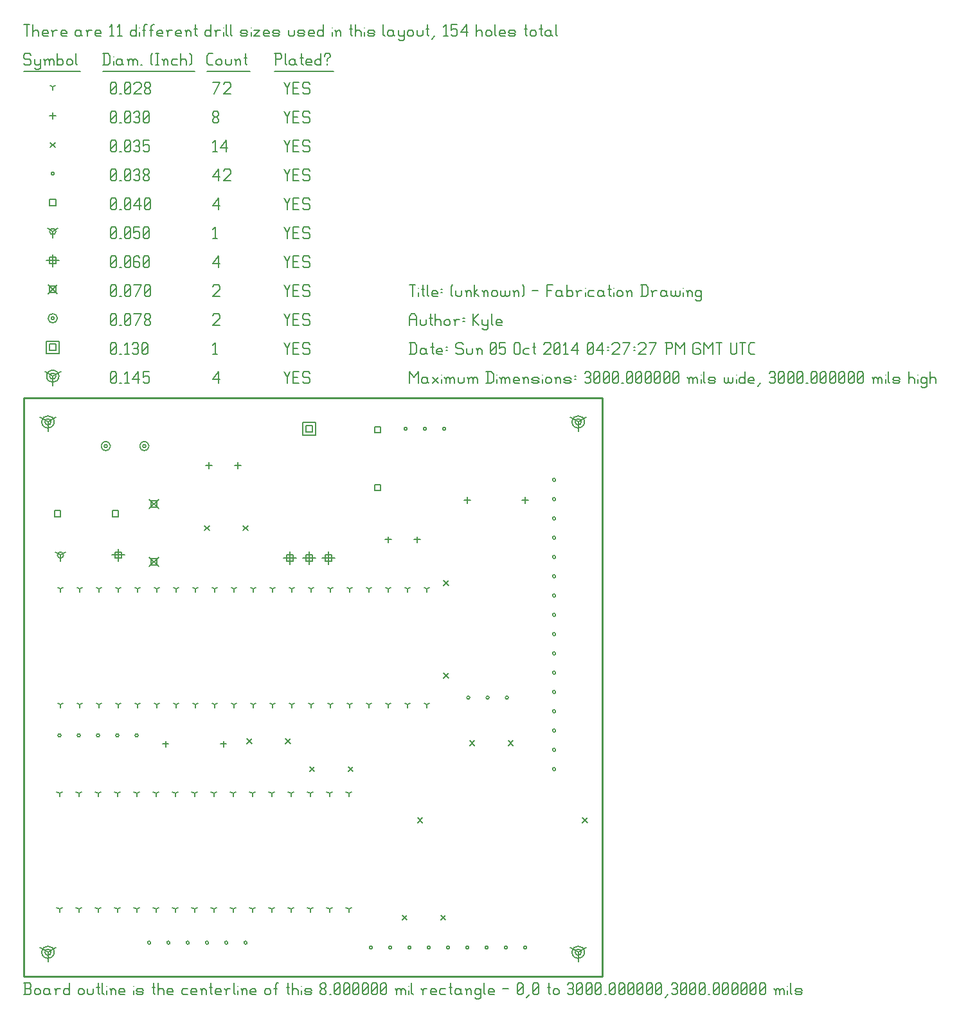
<source format=gbr>
G04 start of page 12 for group -3984 idx -3984 *
G04 Title: (unknown), fab *
G04 Creator: pcb 20110918 *
G04 CreationDate: Sun 05 Oct 2014 04:27:27 PM GMT UTC *
G04 For: kyle *
G04 Format: Gerber/RS-274X *
G04 PCB-Dimensions: 300000 300000 *
G04 PCB-Coordinate-Origin: lower left *
%MOIN*%
%FSLAX25Y25*%
%LNFAB*%
%ADD431C,0.0075*%
%ADD430C,0.0060*%
%ADD429C,0.0080*%
%ADD428C,0.0100*%
G54D428*X0Y300000D02*Y0D01*
Y300000D02*X300000D01*
X0Y0D02*X300000D01*
Y300000D02*Y0D01*
G54D429*X12500Y287500D02*Y282700D01*
Y287500D02*X16660Y289900D01*
X12500Y287500D02*X8340Y289900D01*
X10900Y287500D02*G75*G03X14100Y287500I1600J0D01*G01*
G75*G03X10900Y287500I-1600J0D01*G01*
X9300D02*G75*G03X15700Y287500I3200J0D01*G01*
G75*G03X9300Y287500I-3200J0D01*G01*
X287500D02*Y282700D01*
Y287500D02*X291660Y289900D01*
X287500Y287500D02*X283340Y289900D01*
X285900Y287500D02*G75*G03X289100Y287500I1600J0D01*G01*
G75*G03X285900Y287500I-1600J0D01*G01*
X284300D02*G75*G03X290700Y287500I3200J0D01*G01*
G75*G03X284300Y287500I-3200J0D01*G01*
X12500Y12500D02*Y7700D01*
Y12500D02*X16660Y14900D01*
X12500Y12500D02*X8340Y14900D01*
X10900Y12500D02*G75*G03X14100Y12500I1600J0D01*G01*
G75*G03X10900Y12500I-1600J0D01*G01*
X9300D02*G75*G03X15700Y12500I3200J0D01*G01*
G75*G03X9300Y12500I-3200J0D01*G01*
X287500D02*Y7700D01*
Y12500D02*X291660Y14900D01*
X287500Y12500D02*X283340Y14900D01*
X285900Y12500D02*G75*G03X289100Y12500I1600J0D01*G01*
G75*G03X285900Y12500I-1600J0D01*G01*
X284300D02*G75*G03X290700Y12500I3200J0D01*G01*
G75*G03X284300Y12500I-3200J0D01*G01*
X15000Y311250D02*Y306450D01*
Y311250D02*X19160Y313650D01*
X15000Y311250D02*X10840Y313650D01*
X13400Y311250D02*G75*G03X16600Y311250I1600J0D01*G01*
G75*G03X13400Y311250I-1600J0D01*G01*
X11800D02*G75*G03X18200Y311250I3200J0D01*G01*
G75*G03X11800Y311250I-3200J0D01*G01*
G54D430*X135000Y313500D02*X136500Y310500D01*
X138000Y313500D01*
X136500Y310500D02*Y307500D01*
X139800Y310800D02*X142050D01*
X139800Y307500D02*X142800D01*
X139800Y313500D02*Y307500D01*
Y313500D02*X142800D01*
X147600D02*X148350Y312750D01*
X145350Y313500D02*X147600D01*
X144600Y312750D02*X145350Y313500D01*
X144600Y312750D02*Y311250D01*
X145350Y310500D01*
X147600D01*
X148350Y309750D01*
Y308250D01*
X147600Y307500D02*X148350Y308250D01*
X145350Y307500D02*X147600D01*
X144600Y308250D02*X145350Y307500D01*
X98000Y309750D02*X101000Y313500D01*
X98000Y309750D02*X101750D01*
X101000Y313500D02*Y307500D01*
X45000Y308250D02*X45750Y307500D01*
X45000Y312750D02*Y308250D01*
Y312750D02*X45750Y313500D01*
X47250D01*
X48000Y312750D01*
Y308250D01*
X47250Y307500D02*X48000Y308250D01*
X45750Y307500D02*X47250D01*
X45000Y309000D02*X48000Y312000D01*
X49800Y307500D02*X50550D01*
X52350Y312300D02*X53550Y313500D01*
Y307500D01*
X52350D02*X54600D01*
X56400Y309750D02*X59400Y313500D01*
X56400Y309750D02*X60150D01*
X59400Y313500D02*Y307500D01*
X61950Y313500D02*X64950D01*
X61950D02*Y310500D01*
X62700Y311250D01*
X64200D01*
X64950Y310500D01*
Y308250D01*
X64200Y307500D02*X64950Y308250D01*
X62700Y307500D02*X64200D01*
X61950Y308250D02*X62700Y307500D01*
X146400Y285600D02*X149600D01*
X146400D02*Y282400D01*
X149600D01*
Y285600D02*Y282400D01*
X144800Y287200D02*X151200D01*
X144800D02*Y280800D01*
X151200D01*
Y287200D02*Y280800D01*
X13400Y327850D02*X16600D01*
X13400D02*Y324650D01*
X16600D01*
Y327850D02*Y324650D01*
X11800Y329450D02*X18200D01*
X11800D02*Y323050D01*
X18200D01*
Y329450D02*Y323050D01*
X135000Y328500D02*X136500Y325500D01*
X138000Y328500D01*
X136500Y325500D02*Y322500D01*
X139800Y325800D02*X142050D01*
X139800Y322500D02*X142800D01*
X139800Y328500D02*Y322500D01*
Y328500D02*X142800D01*
X147600D02*X148350Y327750D01*
X145350Y328500D02*X147600D01*
X144600Y327750D02*X145350Y328500D01*
X144600Y327750D02*Y326250D01*
X145350Y325500D01*
X147600D01*
X148350Y324750D01*
Y323250D01*
X147600Y322500D02*X148350Y323250D01*
X145350Y322500D02*X147600D01*
X144600Y323250D02*X145350Y322500D01*
X98000Y327300D02*X99200Y328500D01*
Y322500D01*
X98000D02*X100250D01*
X45000Y323250D02*X45750Y322500D01*
X45000Y327750D02*Y323250D01*
Y327750D02*X45750Y328500D01*
X47250D01*
X48000Y327750D01*
Y323250D01*
X47250Y322500D02*X48000Y323250D01*
X45750Y322500D02*X47250D01*
X45000Y324000D02*X48000Y327000D01*
X49800Y322500D02*X50550D01*
X52350Y327300D02*X53550Y328500D01*
Y322500D01*
X52350D02*X54600D01*
X56400Y327750D02*X57150Y328500D01*
X58650D01*
X59400Y327750D01*
X58650Y322500D02*X59400Y323250D01*
X57150Y322500D02*X58650D01*
X56400Y323250D02*X57150Y322500D01*
Y325800D02*X58650D01*
X59400Y327750D02*Y326550D01*
Y325050D02*Y323250D01*
Y325050D02*X58650Y325800D01*
X59400Y326550D02*X58650Y325800D01*
X61200Y323250D02*X61950Y322500D01*
X61200Y327750D02*Y323250D01*
Y327750D02*X61950Y328500D01*
X63450D01*
X64200Y327750D01*
Y323250D01*
X63450Y322500D02*X64200Y323250D01*
X61950Y322500D02*X63450D01*
X61200Y324000D02*X64200Y327000D01*
X41700Y275000D02*G75*G03X43300Y275000I800J0D01*G01*
G75*G03X41700Y275000I-800J0D01*G01*
X40100D02*G75*G03X44900Y275000I2400J0D01*G01*
G75*G03X40100Y275000I-2400J0D01*G01*
X61700D02*G75*G03X63300Y275000I800J0D01*G01*
G75*G03X61700Y275000I-800J0D01*G01*
X60100D02*G75*G03X64900Y275000I2400J0D01*G01*
G75*G03X60100Y275000I-2400J0D01*G01*
X14200Y341250D02*G75*G03X15800Y341250I800J0D01*G01*
G75*G03X14200Y341250I-800J0D01*G01*
X12600D02*G75*G03X17400Y341250I2400J0D01*G01*
G75*G03X12600Y341250I-2400J0D01*G01*
X135000Y343500D02*X136500Y340500D01*
X138000Y343500D01*
X136500Y340500D02*Y337500D01*
X139800Y340800D02*X142050D01*
X139800Y337500D02*X142800D01*
X139800Y343500D02*Y337500D01*
Y343500D02*X142800D01*
X147600D02*X148350Y342750D01*
X145350Y343500D02*X147600D01*
X144600Y342750D02*X145350Y343500D01*
X144600Y342750D02*Y341250D01*
X145350Y340500D01*
X147600D01*
X148350Y339750D01*
Y338250D01*
X147600Y337500D02*X148350Y338250D01*
X145350Y337500D02*X147600D01*
X144600Y338250D02*X145350Y337500D01*
X98000Y342750D02*X98750Y343500D01*
X101000D01*
X101750Y342750D01*
Y341250D01*
X98000Y337500D02*X101750Y341250D01*
X98000Y337500D02*X101750D01*
X45000Y338250D02*X45750Y337500D01*
X45000Y342750D02*Y338250D01*
Y342750D02*X45750Y343500D01*
X47250D01*
X48000Y342750D01*
Y338250D01*
X47250Y337500D02*X48000Y338250D01*
X45750Y337500D02*X47250D01*
X45000Y339000D02*X48000Y342000D01*
X49800Y337500D02*X50550D01*
X52350Y338250D02*X53100Y337500D01*
X52350Y342750D02*Y338250D01*
Y342750D02*X53100Y343500D01*
X54600D01*
X55350Y342750D01*
Y338250D01*
X54600Y337500D02*X55350Y338250D01*
X53100Y337500D02*X54600D01*
X52350Y339000D02*X55350Y342000D01*
X57900Y337500D02*X60900Y343500D01*
X57150D02*X60900D01*
X62700Y338250D02*X63450Y337500D01*
X62700Y339450D02*Y338250D01*
Y339450D02*X63750Y340500D01*
X64650D01*
X65700Y339450D01*
Y338250D01*
X64950Y337500D02*X65700Y338250D01*
X63450Y337500D02*X64950D01*
X62700Y341550D02*X63750Y340500D01*
X62700Y342750D02*Y341550D01*
Y342750D02*X63450Y343500D01*
X64950D01*
X65700Y342750D01*
Y341550D01*
X64650Y340500D02*X65700Y341550D01*
X65100Y247400D02*X69900Y242600D01*
X65100D02*X69900Y247400D01*
X65900Y246600D02*X69100D01*
X65900D02*Y243400D01*
X69100D01*
Y246600D02*Y243400D01*
X65100Y217400D02*X69900Y212600D01*
X65100D02*X69900Y217400D01*
X65900Y216600D02*X69100D01*
X65900D02*Y213400D01*
X69100D01*
Y216600D02*Y213400D01*
X12600Y358650D02*X17400Y353850D01*
X12600D02*X17400Y358650D01*
X13400Y357850D02*X16600D01*
X13400D02*Y354650D01*
X16600D01*
Y357850D02*Y354650D01*
X135000Y358500D02*X136500Y355500D01*
X138000Y358500D01*
X136500Y355500D02*Y352500D01*
X139800Y355800D02*X142050D01*
X139800Y352500D02*X142800D01*
X139800Y358500D02*Y352500D01*
Y358500D02*X142800D01*
X147600D02*X148350Y357750D01*
X145350Y358500D02*X147600D01*
X144600Y357750D02*X145350Y358500D01*
X144600Y357750D02*Y356250D01*
X145350Y355500D01*
X147600D01*
X148350Y354750D01*
Y353250D01*
X147600Y352500D02*X148350Y353250D01*
X145350Y352500D02*X147600D01*
X144600Y353250D02*X145350Y352500D01*
X98000Y357750D02*X98750Y358500D01*
X101000D01*
X101750Y357750D01*
Y356250D01*
X98000Y352500D02*X101750Y356250D01*
X98000Y352500D02*X101750D01*
X45000Y353250D02*X45750Y352500D01*
X45000Y357750D02*Y353250D01*
Y357750D02*X45750Y358500D01*
X47250D01*
X48000Y357750D01*
Y353250D01*
X47250Y352500D02*X48000Y353250D01*
X45750Y352500D02*X47250D01*
X45000Y354000D02*X48000Y357000D01*
X49800Y352500D02*X50550D01*
X52350Y353250D02*X53100Y352500D01*
X52350Y357750D02*Y353250D01*
Y357750D02*X53100Y358500D01*
X54600D01*
X55350Y357750D01*
Y353250D01*
X54600Y352500D02*X55350Y353250D01*
X53100Y352500D02*X54600D01*
X52350Y354000D02*X55350Y357000D01*
X57900Y352500D02*X60900Y358500D01*
X57150D02*X60900D01*
X62700Y353250D02*X63450Y352500D01*
X62700Y357750D02*Y353250D01*
Y357750D02*X63450Y358500D01*
X64950D01*
X65700Y357750D01*
Y353250D01*
X64950Y352500D02*X65700Y353250D01*
X63450Y352500D02*X64950D01*
X62700Y354000D02*X65700Y357000D01*
X49000Y221700D02*Y215300D01*
X45800Y218500D02*X52200D01*
X47400Y220100D02*X50600D01*
X47400D02*Y216900D01*
X50600D01*
Y220100D02*Y216900D01*
X138000Y220200D02*Y213800D01*
X134800Y217000D02*X141200D01*
X136400Y218600D02*X139600D01*
X136400D02*Y215400D01*
X139600D01*
Y218600D02*Y215400D01*
X148000Y220200D02*Y213800D01*
X144800Y217000D02*X151200D01*
X146400Y218600D02*X149600D01*
X146400D02*Y215400D01*
X149600D01*
Y218600D02*Y215400D01*
X158000Y220200D02*Y213800D01*
X154800Y217000D02*X161200D01*
X156400Y218600D02*X159600D01*
X156400D02*Y215400D01*
X159600D01*
Y218600D02*Y215400D01*
X15000Y374450D02*Y368050D01*
X11800Y371250D02*X18200D01*
X13400Y372850D02*X16600D01*
X13400D02*Y369650D01*
X16600D01*
Y372850D02*Y369650D01*
X135000Y373500D02*X136500Y370500D01*
X138000Y373500D01*
X136500Y370500D02*Y367500D01*
X139800Y370800D02*X142050D01*
X139800Y367500D02*X142800D01*
X139800Y373500D02*Y367500D01*
Y373500D02*X142800D01*
X147600D02*X148350Y372750D01*
X145350Y373500D02*X147600D01*
X144600Y372750D02*X145350Y373500D01*
X144600Y372750D02*Y371250D01*
X145350Y370500D01*
X147600D01*
X148350Y369750D01*
Y368250D01*
X147600Y367500D02*X148350Y368250D01*
X145350Y367500D02*X147600D01*
X144600Y368250D02*X145350Y367500D01*
X98000Y369750D02*X101000Y373500D01*
X98000Y369750D02*X101750D01*
X101000Y373500D02*Y367500D01*
X45000Y368250D02*X45750Y367500D01*
X45000Y372750D02*Y368250D01*
Y372750D02*X45750Y373500D01*
X47250D01*
X48000Y372750D01*
Y368250D01*
X47250Y367500D02*X48000Y368250D01*
X45750Y367500D02*X47250D01*
X45000Y369000D02*X48000Y372000D01*
X49800Y367500D02*X50550D01*
X52350Y368250D02*X53100Y367500D01*
X52350Y372750D02*Y368250D01*
Y372750D02*X53100Y373500D01*
X54600D01*
X55350Y372750D01*
Y368250D01*
X54600Y367500D02*X55350Y368250D01*
X53100Y367500D02*X54600D01*
X52350Y369000D02*X55350Y372000D01*
X59400Y373500D02*X60150Y372750D01*
X57900Y373500D02*X59400D01*
X57150Y372750D02*X57900Y373500D01*
X57150Y372750D02*Y368250D01*
X57900Y367500D01*
X59400Y370800D02*X60150Y370050D01*
X57150Y370800D02*X59400D01*
X57900Y367500D02*X59400D01*
X60150Y368250D01*
Y370050D02*Y368250D01*
X61950D02*X62700Y367500D01*
X61950Y372750D02*Y368250D01*
Y372750D02*X62700Y373500D01*
X64200D01*
X64950Y372750D01*
Y368250D01*
X64200Y367500D02*X64950Y368250D01*
X62700Y367500D02*X64200D01*
X61950Y369000D02*X64950Y372000D01*
X19000Y218500D02*Y215300D01*
Y218500D02*X21773Y220100D01*
X19000Y218500D02*X16227Y220100D01*
X17400Y218500D02*G75*G03X20600Y218500I1600J0D01*G01*
G75*G03X17400Y218500I-1600J0D01*G01*
X15000Y386250D02*Y383050D01*
Y386250D02*X17773Y387850D01*
X15000Y386250D02*X12227Y387850D01*
X13400Y386250D02*G75*G03X16600Y386250I1600J0D01*G01*
G75*G03X13400Y386250I-1600J0D01*G01*
X135000Y388500D02*X136500Y385500D01*
X138000Y388500D01*
X136500Y385500D02*Y382500D01*
X139800Y385800D02*X142050D01*
X139800Y382500D02*X142800D01*
X139800Y388500D02*Y382500D01*
Y388500D02*X142800D01*
X147600D02*X148350Y387750D01*
X145350Y388500D02*X147600D01*
X144600Y387750D02*X145350Y388500D01*
X144600Y387750D02*Y386250D01*
X145350Y385500D01*
X147600D01*
X148350Y384750D01*
Y383250D01*
X147600Y382500D02*X148350Y383250D01*
X145350Y382500D02*X147600D01*
X144600Y383250D02*X145350Y382500D01*
X98000Y387300D02*X99200Y388500D01*
Y382500D01*
X98000D02*X100250D01*
X45000Y383250D02*X45750Y382500D01*
X45000Y387750D02*Y383250D01*
Y387750D02*X45750Y388500D01*
X47250D01*
X48000Y387750D01*
Y383250D01*
X47250Y382500D02*X48000Y383250D01*
X45750Y382500D02*X47250D01*
X45000Y384000D02*X48000Y387000D01*
X49800Y382500D02*X50550D01*
X52350Y383250D02*X53100Y382500D01*
X52350Y387750D02*Y383250D01*
Y387750D02*X53100Y388500D01*
X54600D01*
X55350Y387750D01*
Y383250D01*
X54600Y382500D02*X55350Y383250D01*
X53100Y382500D02*X54600D01*
X52350Y384000D02*X55350Y387000D01*
X57150Y388500D02*X60150D01*
X57150D02*Y385500D01*
X57900Y386250D01*
X59400D01*
X60150Y385500D01*
Y383250D01*
X59400Y382500D02*X60150Y383250D01*
X57900Y382500D02*X59400D01*
X57150Y383250D02*X57900Y382500D01*
X61950Y383250D02*X62700Y382500D01*
X61950Y387750D02*Y383250D01*
Y387750D02*X62700Y388500D01*
X64200D01*
X64950Y387750D01*
Y383250D01*
X64200Y382500D02*X64950Y383250D01*
X62700Y382500D02*X64200D01*
X61950Y384000D02*X64950Y387000D01*
X181900Y255100D02*X185100D01*
X181900D02*Y251900D01*
X185100D01*
Y255100D02*Y251900D01*
X181900Y285100D02*X185100D01*
X181900D02*Y281900D01*
X185100D01*
Y285100D02*Y281900D01*
X15900Y241600D02*X19100D01*
X15900D02*Y238400D01*
X19100D01*
Y241600D02*Y238400D01*
X45900Y241600D02*X49100D01*
X45900D02*Y238400D01*
X49100D01*
Y241600D02*Y238400D01*
X13400Y402850D02*X16600D01*
X13400D02*Y399650D01*
X16600D01*
Y402850D02*Y399650D01*
X135000Y403500D02*X136500Y400500D01*
X138000Y403500D01*
X136500Y400500D02*Y397500D01*
X139800Y400800D02*X142050D01*
X139800Y397500D02*X142800D01*
X139800Y403500D02*Y397500D01*
Y403500D02*X142800D01*
X147600D02*X148350Y402750D01*
X145350Y403500D02*X147600D01*
X144600Y402750D02*X145350Y403500D01*
X144600Y402750D02*Y401250D01*
X145350Y400500D01*
X147600D01*
X148350Y399750D01*
Y398250D01*
X147600Y397500D02*X148350Y398250D01*
X145350Y397500D02*X147600D01*
X144600Y398250D02*X145350Y397500D01*
X98000Y399750D02*X101000Y403500D01*
X98000Y399750D02*X101750D01*
X101000Y403500D02*Y397500D01*
X45000Y398250D02*X45750Y397500D01*
X45000Y402750D02*Y398250D01*
Y402750D02*X45750Y403500D01*
X47250D01*
X48000Y402750D01*
Y398250D01*
X47250Y397500D02*X48000Y398250D01*
X45750Y397500D02*X47250D01*
X45000Y399000D02*X48000Y402000D01*
X49800Y397500D02*X50550D01*
X52350Y398250D02*X53100Y397500D01*
X52350Y402750D02*Y398250D01*
Y402750D02*X53100Y403500D01*
X54600D01*
X55350Y402750D01*
Y398250D01*
X54600Y397500D02*X55350Y398250D01*
X53100Y397500D02*X54600D01*
X52350Y399000D02*X55350Y402000D01*
X57150Y399750D02*X60150Y403500D01*
X57150Y399750D02*X60900D01*
X60150Y403500D02*Y397500D01*
X62700Y398250D02*X63450Y397500D01*
X62700Y402750D02*Y398250D01*
Y402750D02*X63450Y403500D01*
X64950D01*
X65700Y402750D01*
Y398250D01*
X64950Y397500D02*X65700Y398250D01*
X63450Y397500D02*X64950D01*
X62700Y399000D02*X65700Y402000D01*
X249700Y144500D02*G75*G03X251300Y144500I800J0D01*G01*
G75*G03X249700Y144500I-800J0D01*G01*
X239700D02*G75*G03X241300Y144500I800J0D01*G01*
G75*G03X239700Y144500I-800J0D01*G01*
X229700D02*G75*G03X231300Y144500I800J0D01*G01*
G75*G03X229700Y144500I-800J0D01*G01*
X274200Y107500D02*G75*G03X275800Y107500I800J0D01*G01*
G75*G03X274200Y107500I-800J0D01*G01*
Y117500D02*G75*G03X275800Y117500I800J0D01*G01*
G75*G03X274200Y117500I-800J0D01*G01*
Y127500D02*G75*G03X275800Y127500I800J0D01*G01*
G75*G03X274200Y127500I-800J0D01*G01*
Y137500D02*G75*G03X275800Y137500I800J0D01*G01*
G75*G03X274200Y137500I-800J0D01*G01*
Y147500D02*G75*G03X275800Y147500I800J0D01*G01*
G75*G03X274200Y147500I-800J0D01*G01*
Y157500D02*G75*G03X275800Y157500I800J0D01*G01*
G75*G03X274200Y157500I-800J0D01*G01*
Y167500D02*G75*G03X275800Y167500I800J0D01*G01*
G75*G03X274200Y167500I-800J0D01*G01*
Y177500D02*G75*G03X275800Y177500I800J0D01*G01*
G75*G03X274200Y177500I-800J0D01*G01*
Y187500D02*G75*G03X275800Y187500I800J0D01*G01*
G75*G03X274200Y187500I-800J0D01*G01*
Y197500D02*G75*G03X275800Y197500I800J0D01*G01*
G75*G03X274200Y197500I-800J0D01*G01*
Y207500D02*G75*G03X275800Y207500I800J0D01*G01*
G75*G03X274200Y207500I-800J0D01*G01*
Y217500D02*G75*G03X275800Y217500I800J0D01*G01*
G75*G03X274200Y217500I-800J0D01*G01*
Y227500D02*G75*G03X275800Y227500I800J0D01*G01*
G75*G03X274200Y227500I-800J0D01*G01*
Y237500D02*G75*G03X275800Y237500I800J0D01*G01*
G75*G03X274200Y237500I-800J0D01*G01*
Y247500D02*G75*G03X275800Y247500I800J0D01*G01*
G75*G03X274200Y247500I-800J0D01*G01*
Y257500D02*G75*G03X275800Y257500I800J0D01*G01*
G75*G03X274200Y257500I-800J0D01*G01*
X259200Y15000D02*G75*G03X260800Y15000I800J0D01*G01*
G75*G03X259200Y15000I-800J0D01*G01*
X249200D02*G75*G03X250800Y15000I800J0D01*G01*
G75*G03X249200Y15000I-800J0D01*G01*
X239200D02*G75*G03X240800Y15000I800J0D01*G01*
G75*G03X239200Y15000I-800J0D01*G01*
X229200D02*G75*G03X230800Y15000I800J0D01*G01*
G75*G03X229200Y15000I-800J0D01*G01*
X219200D02*G75*G03X220800Y15000I800J0D01*G01*
G75*G03X219200Y15000I-800J0D01*G01*
X209200D02*G75*G03X210800Y15000I800J0D01*G01*
G75*G03X209200Y15000I-800J0D01*G01*
X199200D02*G75*G03X200800Y15000I800J0D01*G01*
G75*G03X199200Y15000I-800J0D01*G01*
X189200D02*G75*G03X190800Y15000I800J0D01*G01*
G75*G03X189200Y15000I-800J0D01*G01*
X179200D02*G75*G03X180800Y15000I800J0D01*G01*
G75*G03X179200Y15000I-800J0D01*G01*
X64200Y17500D02*G75*G03X65800Y17500I800J0D01*G01*
G75*G03X64200Y17500I-800J0D01*G01*
X74200D02*G75*G03X75800Y17500I800J0D01*G01*
G75*G03X74200Y17500I-800J0D01*G01*
X84200D02*G75*G03X85800Y17500I800J0D01*G01*
G75*G03X84200Y17500I-800J0D01*G01*
X94200D02*G75*G03X95800Y17500I800J0D01*G01*
G75*G03X94200Y17500I-800J0D01*G01*
X104200D02*G75*G03X105800Y17500I800J0D01*G01*
G75*G03X104200Y17500I-800J0D01*G01*
X114200D02*G75*G03X115800Y17500I800J0D01*G01*
G75*G03X114200Y17500I-800J0D01*G01*
X17700Y125000D02*G75*G03X19300Y125000I800J0D01*G01*
G75*G03X17700Y125000I-800J0D01*G01*
X27700D02*G75*G03X29300Y125000I800J0D01*G01*
G75*G03X27700Y125000I-800J0D01*G01*
X37700D02*G75*G03X39300Y125000I800J0D01*G01*
G75*G03X37700Y125000I-800J0D01*G01*
X47700D02*G75*G03X49300Y125000I800J0D01*G01*
G75*G03X47700Y125000I-800J0D01*G01*
X57700D02*G75*G03X59300Y125000I800J0D01*G01*
G75*G03X57700Y125000I-800J0D01*G01*
X197200Y284000D02*G75*G03X198800Y284000I800J0D01*G01*
G75*G03X197200Y284000I-800J0D01*G01*
X207200D02*G75*G03X208800Y284000I800J0D01*G01*
G75*G03X207200Y284000I-800J0D01*G01*
X217200D02*G75*G03X218800Y284000I800J0D01*G01*
G75*G03X217200Y284000I-800J0D01*G01*
X14200Y416250D02*G75*G03X15800Y416250I800J0D01*G01*
G75*G03X14200Y416250I-800J0D01*G01*
X135000Y418500D02*X136500Y415500D01*
X138000Y418500D01*
X136500Y415500D02*Y412500D01*
X139800Y415800D02*X142050D01*
X139800Y412500D02*X142800D01*
X139800Y418500D02*Y412500D01*
Y418500D02*X142800D01*
X147600D02*X148350Y417750D01*
X145350Y418500D02*X147600D01*
X144600Y417750D02*X145350Y418500D01*
X144600Y417750D02*Y416250D01*
X145350Y415500D01*
X147600D01*
X148350Y414750D01*
Y413250D01*
X147600Y412500D02*X148350Y413250D01*
X145350Y412500D02*X147600D01*
X144600Y413250D02*X145350Y412500D01*
X98000Y414750D02*X101000Y418500D01*
X98000Y414750D02*X101750D01*
X101000Y418500D02*Y412500D01*
X103550Y417750D02*X104300Y418500D01*
X106550D01*
X107300Y417750D01*
Y416250D01*
X103550Y412500D02*X107300Y416250D01*
X103550Y412500D02*X107300D01*
X45000Y413250D02*X45750Y412500D01*
X45000Y417750D02*Y413250D01*
Y417750D02*X45750Y418500D01*
X47250D01*
X48000Y417750D01*
Y413250D01*
X47250Y412500D02*X48000Y413250D01*
X45750Y412500D02*X47250D01*
X45000Y414000D02*X48000Y417000D01*
X49800Y412500D02*X50550D01*
X52350Y413250D02*X53100Y412500D01*
X52350Y417750D02*Y413250D01*
Y417750D02*X53100Y418500D01*
X54600D01*
X55350Y417750D01*
Y413250D01*
X54600Y412500D02*X55350Y413250D01*
X53100Y412500D02*X54600D01*
X52350Y414000D02*X55350Y417000D01*
X57150Y417750D02*X57900Y418500D01*
X59400D01*
X60150Y417750D01*
X59400Y412500D02*X60150Y413250D01*
X57900Y412500D02*X59400D01*
X57150Y413250D02*X57900Y412500D01*
Y415800D02*X59400D01*
X60150Y417750D02*Y416550D01*
Y415050D02*Y413250D01*
Y415050D02*X59400Y415800D01*
X60150Y416550D02*X59400Y415800D01*
X61950Y413250D02*X62700Y412500D01*
X61950Y414450D02*Y413250D01*
Y414450D02*X63000Y415500D01*
X63900D01*
X64950Y414450D01*
Y413250D01*
X64200Y412500D02*X64950Y413250D01*
X62700Y412500D02*X64200D01*
X61950Y416550D02*X63000Y415500D01*
X61950Y417750D02*Y416550D01*
Y417750D02*X62700Y418500D01*
X64200D01*
X64950Y417750D01*
Y416550D01*
X63900Y415500D02*X64950Y416550D01*
X251300Y122200D02*X253700Y119800D01*
X251300D02*X253700Y122200D01*
X231300D02*X233700Y119800D01*
X231300D02*X233700Y122200D01*
X216300Y31700D02*X218700Y29300D01*
X216300D02*X218700Y31700D01*
X196300D02*X198700Y29300D01*
X196300D02*X198700Y31700D01*
X168300Y108700D02*X170700Y106300D01*
X168300D02*X170700Y108700D01*
X148300D02*X150700Y106300D01*
X148300D02*X150700Y108700D01*
X135800Y123200D02*X138200Y120800D01*
X135800D02*X138200Y123200D01*
X115800D02*X118200Y120800D01*
X115800D02*X118200Y123200D01*
X113800Y233700D02*X116200Y231300D01*
X113800D02*X116200Y233700D01*
X93800D02*X96200Y231300D01*
X93800D02*X96200Y233700D01*
X289800Y82200D02*X292200Y79800D01*
X289800D02*X292200Y82200D01*
X217800Y157200D02*X220200Y154800D01*
X217800D02*X220200Y157200D01*
X217800Y205200D02*X220200Y202800D01*
X217800D02*X220200Y205200D01*
X204300Y82200D02*X206700Y79800D01*
X204300D02*X206700Y82200D01*
X13800Y432450D02*X16200Y430050D01*
X13800D02*X16200Y432450D01*
X135000Y433500D02*X136500Y430500D01*
X138000Y433500D01*
X136500Y430500D02*Y427500D01*
X139800Y430800D02*X142050D01*
X139800Y427500D02*X142800D01*
X139800Y433500D02*Y427500D01*
Y433500D02*X142800D01*
X147600D02*X148350Y432750D01*
X145350Y433500D02*X147600D01*
X144600Y432750D02*X145350Y433500D01*
X144600Y432750D02*Y431250D01*
X145350Y430500D01*
X147600D01*
X148350Y429750D01*
Y428250D01*
X147600Y427500D02*X148350Y428250D01*
X145350Y427500D02*X147600D01*
X144600Y428250D02*X145350Y427500D01*
X98000Y432300D02*X99200Y433500D01*
Y427500D01*
X98000D02*X100250D01*
X102050Y429750D02*X105050Y433500D01*
X102050Y429750D02*X105800D01*
X105050Y433500D02*Y427500D01*
X45000Y428250D02*X45750Y427500D01*
X45000Y432750D02*Y428250D01*
Y432750D02*X45750Y433500D01*
X47250D01*
X48000Y432750D01*
Y428250D01*
X47250Y427500D02*X48000Y428250D01*
X45750Y427500D02*X47250D01*
X45000Y429000D02*X48000Y432000D01*
X49800Y427500D02*X50550D01*
X52350Y428250D02*X53100Y427500D01*
X52350Y432750D02*Y428250D01*
Y432750D02*X53100Y433500D01*
X54600D01*
X55350Y432750D01*
Y428250D01*
X54600Y427500D02*X55350Y428250D01*
X53100Y427500D02*X54600D01*
X52350Y429000D02*X55350Y432000D01*
X57150Y432750D02*X57900Y433500D01*
X59400D01*
X60150Y432750D01*
X59400Y427500D02*X60150Y428250D01*
X57900Y427500D02*X59400D01*
X57150Y428250D02*X57900Y427500D01*
Y430800D02*X59400D01*
X60150Y432750D02*Y431550D01*
Y430050D02*Y428250D01*
Y430050D02*X59400Y430800D01*
X60150Y431550D02*X59400Y430800D01*
X61950Y433500D02*X64950D01*
X61950D02*Y430500D01*
X62700Y431250D01*
X64200D01*
X64950Y430500D01*
Y428250D01*
X64200Y427500D02*X64950Y428250D01*
X62700Y427500D02*X64200D01*
X61950Y428250D02*X62700Y427500D01*
X230000Y248600D02*Y245400D01*
X228400Y247000D02*X231600D01*
X260000Y248600D02*Y245400D01*
X258400Y247000D02*X261600D01*
X189000Y228100D02*Y224900D01*
X187400Y226500D02*X190600D01*
X204000Y228100D02*Y224900D01*
X202400Y226500D02*X205600D01*
X96000Y266600D02*Y263400D01*
X94400Y265000D02*X97600D01*
X111000Y266600D02*Y263400D01*
X109400Y265000D02*X112600D01*
X73500Y122100D02*Y118900D01*
X71900Y120500D02*X75100D01*
X103500Y122100D02*Y118900D01*
X101900Y120500D02*X105100D01*
X15000Y447850D02*Y444650D01*
X13400Y446250D02*X16600D01*
X135000Y448500D02*X136500Y445500D01*
X138000Y448500D01*
X136500Y445500D02*Y442500D01*
X139800Y445800D02*X142050D01*
X139800Y442500D02*X142800D01*
X139800Y448500D02*Y442500D01*
Y448500D02*X142800D01*
X147600D02*X148350Y447750D01*
X145350Y448500D02*X147600D01*
X144600Y447750D02*X145350Y448500D01*
X144600Y447750D02*Y446250D01*
X145350Y445500D01*
X147600D01*
X148350Y444750D01*
Y443250D01*
X147600Y442500D02*X148350Y443250D01*
X145350Y442500D02*X147600D01*
X144600Y443250D02*X145350Y442500D01*
X98000Y443250D02*X98750Y442500D01*
X98000Y444450D02*Y443250D01*
Y444450D02*X99050Y445500D01*
X99950D01*
X101000Y444450D01*
Y443250D01*
X100250Y442500D02*X101000Y443250D01*
X98750Y442500D02*X100250D01*
X98000Y446550D02*X99050Y445500D01*
X98000Y447750D02*Y446550D01*
Y447750D02*X98750Y448500D01*
X100250D01*
X101000Y447750D01*
Y446550D01*
X99950Y445500D02*X101000Y446550D01*
X45000Y443250D02*X45750Y442500D01*
X45000Y447750D02*Y443250D01*
Y447750D02*X45750Y448500D01*
X47250D01*
X48000Y447750D01*
Y443250D01*
X47250Y442500D02*X48000Y443250D01*
X45750Y442500D02*X47250D01*
X45000Y444000D02*X48000Y447000D01*
X49800Y442500D02*X50550D01*
X52350Y443250D02*X53100Y442500D01*
X52350Y447750D02*Y443250D01*
Y447750D02*X53100Y448500D01*
X54600D01*
X55350Y447750D01*
Y443250D01*
X54600Y442500D02*X55350Y443250D01*
X53100Y442500D02*X54600D01*
X52350Y444000D02*X55350Y447000D01*
X57150Y447750D02*X57900Y448500D01*
X59400D01*
X60150Y447750D01*
X59400Y442500D02*X60150Y443250D01*
X57900Y442500D02*X59400D01*
X57150Y443250D02*X57900Y442500D01*
Y445800D02*X59400D01*
X60150Y447750D02*Y446550D01*
Y445050D02*Y443250D01*
Y445050D02*X59400Y445800D01*
X60150Y446550D02*X59400Y445800D01*
X61950Y443250D02*X62700Y442500D01*
X61950Y447750D02*Y443250D01*
Y447750D02*X62700Y448500D01*
X64200D01*
X64950Y447750D01*
Y443250D01*
X64200Y442500D02*X64950Y443250D01*
X62700Y442500D02*X64200D01*
X61950Y444000D02*X64950Y447000D01*
X19000Y141000D02*Y139400D01*
Y141000D02*X20387Y141800D01*
X19000Y141000D02*X17613Y141800D01*
X29000Y141000D02*Y139400D01*
Y141000D02*X30387Y141800D01*
X29000Y141000D02*X27613Y141800D01*
X39000Y141000D02*Y139400D01*
Y141000D02*X40387Y141800D01*
X39000Y141000D02*X37613Y141800D01*
X49000Y141000D02*Y139400D01*
Y141000D02*X50387Y141800D01*
X49000Y141000D02*X47613Y141800D01*
X59000Y141000D02*Y139400D01*
Y141000D02*X60387Y141800D01*
X59000Y141000D02*X57613Y141800D01*
X69000Y141000D02*Y139400D01*
Y141000D02*X70387Y141800D01*
X69000Y141000D02*X67613Y141800D01*
X79000Y141000D02*Y139400D01*
Y141000D02*X80387Y141800D01*
X79000Y141000D02*X77613Y141800D01*
X89000Y141000D02*Y139400D01*
Y141000D02*X90387Y141800D01*
X89000Y141000D02*X87613Y141800D01*
X99000Y141000D02*Y139400D01*
Y141000D02*X100387Y141800D01*
X99000Y141000D02*X97613Y141800D01*
X109000Y141000D02*Y139400D01*
Y141000D02*X110387Y141800D01*
X109000Y141000D02*X107613Y141800D01*
X119000Y141000D02*Y139400D01*
Y141000D02*X120387Y141800D01*
X119000Y141000D02*X117613Y141800D01*
X129000Y141000D02*Y139400D01*
Y141000D02*X130387Y141800D01*
X129000Y141000D02*X127613Y141800D01*
X139000Y141000D02*Y139400D01*
Y141000D02*X140387Y141800D01*
X139000Y141000D02*X137613Y141800D01*
X149000Y141000D02*Y139400D01*
Y141000D02*X150387Y141800D01*
X149000Y141000D02*X147613Y141800D01*
X159000Y141000D02*Y139400D01*
Y141000D02*X160387Y141800D01*
X159000Y141000D02*X157613Y141800D01*
X169000Y141000D02*Y139400D01*
Y141000D02*X170387Y141800D01*
X169000Y141000D02*X167613Y141800D01*
X179000Y141000D02*Y139400D01*
Y141000D02*X180387Y141800D01*
X179000Y141000D02*X177613Y141800D01*
X189000Y141000D02*Y139400D01*
Y141000D02*X190387Y141800D01*
X189000Y141000D02*X187613Y141800D01*
X199000Y141000D02*Y139400D01*
Y141000D02*X200387Y141800D01*
X199000Y141000D02*X197613Y141800D01*
X209000Y141000D02*Y139400D01*
Y141000D02*X210387Y141800D01*
X209000Y141000D02*X207613Y141800D01*
X209000Y201000D02*Y199400D01*
Y201000D02*X210387Y201800D01*
X209000Y201000D02*X207613Y201800D01*
X199000Y201000D02*Y199400D01*
Y201000D02*X200387Y201800D01*
X199000Y201000D02*X197613Y201800D01*
X189000Y201000D02*Y199400D01*
Y201000D02*X190387Y201800D01*
X189000Y201000D02*X187613Y201800D01*
X179000Y201000D02*Y199400D01*
Y201000D02*X180387Y201800D01*
X179000Y201000D02*X177613Y201800D01*
X169000Y201000D02*Y199400D01*
Y201000D02*X170387Y201800D01*
X169000Y201000D02*X167613Y201800D01*
X159000Y201000D02*Y199400D01*
Y201000D02*X160387Y201800D01*
X159000Y201000D02*X157613Y201800D01*
X149000Y201000D02*Y199400D01*
Y201000D02*X150387Y201800D01*
X149000Y201000D02*X147613Y201800D01*
X139000Y201000D02*Y199400D01*
Y201000D02*X140387Y201800D01*
X139000Y201000D02*X137613Y201800D01*
X129000Y201000D02*Y199400D01*
Y201000D02*X130387Y201800D01*
X129000Y201000D02*X127613Y201800D01*
X119000Y201000D02*Y199400D01*
Y201000D02*X120387Y201800D01*
X119000Y201000D02*X117613Y201800D01*
X109000Y201000D02*Y199400D01*
Y201000D02*X110387Y201800D01*
X109000Y201000D02*X107613Y201800D01*
X99000Y201000D02*Y199400D01*
Y201000D02*X100387Y201800D01*
X99000Y201000D02*X97613Y201800D01*
X89000Y201000D02*Y199400D01*
Y201000D02*X90387Y201800D01*
X89000Y201000D02*X87613Y201800D01*
X79000Y201000D02*Y199400D01*
Y201000D02*X80387Y201800D01*
X79000Y201000D02*X77613Y201800D01*
X69000Y201000D02*Y199400D01*
Y201000D02*X70387Y201800D01*
X69000Y201000D02*X67613Y201800D01*
X59000Y201000D02*Y199400D01*
Y201000D02*X60387Y201800D01*
X59000Y201000D02*X57613Y201800D01*
X49000Y201000D02*Y199400D01*
Y201000D02*X50387Y201800D01*
X49000Y201000D02*X47613Y201800D01*
X39000Y201000D02*Y199400D01*
Y201000D02*X40387Y201800D01*
X39000Y201000D02*X37613Y201800D01*
X29000Y201000D02*Y199400D01*
Y201000D02*X30387Y201800D01*
X29000Y201000D02*X27613Y201800D01*
X19000Y201000D02*Y199400D01*
Y201000D02*X20387Y201800D01*
X19000Y201000D02*X17613Y201800D01*
X168500Y95000D02*Y93400D01*
Y95000D02*X169887Y95800D01*
X168500Y95000D02*X167113Y95800D01*
X158500Y95000D02*Y93400D01*
Y95000D02*X159887Y95800D01*
X158500Y95000D02*X157113Y95800D01*
X148500Y95000D02*Y93400D01*
Y95000D02*X149887Y95800D01*
X148500Y95000D02*X147113Y95800D01*
X138500Y95000D02*Y93400D01*
Y95000D02*X139887Y95800D01*
X138500Y95000D02*X137113Y95800D01*
X128500Y95000D02*Y93400D01*
Y95000D02*X129887Y95800D01*
X128500Y95000D02*X127113Y95800D01*
X118500Y95000D02*Y93400D01*
Y95000D02*X119887Y95800D01*
X118500Y95000D02*X117113Y95800D01*
X108500Y95000D02*Y93400D01*
Y95000D02*X109887Y95800D01*
X108500Y95000D02*X107113Y95800D01*
X98500Y95000D02*Y93400D01*
Y95000D02*X99887Y95800D01*
X98500Y95000D02*X97113Y95800D01*
X88500Y95000D02*Y93400D01*
Y95000D02*X89887Y95800D01*
X88500Y95000D02*X87113Y95800D01*
X78500Y95000D02*Y93400D01*
Y95000D02*X79887Y95800D01*
X78500Y95000D02*X77113Y95800D01*
X68500Y95000D02*Y93400D01*
Y95000D02*X69887Y95800D01*
X68500Y95000D02*X67113Y95800D01*
X58500Y95000D02*Y93400D01*
Y95000D02*X59887Y95800D01*
X58500Y95000D02*X57113Y95800D01*
X48500Y95000D02*Y93400D01*
Y95000D02*X49887Y95800D01*
X48500Y95000D02*X47113Y95800D01*
X38500Y95000D02*Y93400D01*
Y95000D02*X39887Y95800D01*
X38500Y95000D02*X37113Y95800D01*
X28500Y95000D02*Y93400D01*
Y95000D02*X29887Y95800D01*
X28500Y95000D02*X27113Y95800D01*
X18500Y95000D02*Y93400D01*
Y95000D02*X19887Y95800D01*
X18500Y95000D02*X17113Y95800D01*
X18500Y35000D02*Y33400D01*
Y35000D02*X19887Y35800D01*
X18500Y35000D02*X17113Y35800D01*
X28500Y35000D02*Y33400D01*
Y35000D02*X29887Y35800D01*
X28500Y35000D02*X27113Y35800D01*
X38500Y35000D02*Y33400D01*
Y35000D02*X39887Y35800D01*
X38500Y35000D02*X37113Y35800D01*
X48500Y35000D02*Y33400D01*
Y35000D02*X49887Y35800D01*
X48500Y35000D02*X47113Y35800D01*
X58500Y35000D02*Y33400D01*
Y35000D02*X59887Y35800D01*
X58500Y35000D02*X57113Y35800D01*
X68500Y35000D02*Y33400D01*
Y35000D02*X69887Y35800D01*
X68500Y35000D02*X67113Y35800D01*
X78500Y35000D02*Y33400D01*
Y35000D02*X79887Y35800D01*
X78500Y35000D02*X77113Y35800D01*
X88500Y35000D02*Y33400D01*
Y35000D02*X89887Y35800D01*
X88500Y35000D02*X87113Y35800D01*
X98500Y35000D02*Y33400D01*
Y35000D02*X99887Y35800D01*
X98500Y35000D02*X97113Y35800D01*
X108500Y35000D02*Y33400D01*
Y35000D02*X109887Y35800D01*
X108500Y35000D02*X107113Y35800D01*
X118500Y35000D02*Y33400D01*
Y35000D02*X119887Y35800D01*
X118500Y35000D02*X117113Y35800D01*
X128500Y35000D02*Y33400D01*
Y35000D02*X129887Y35800D01*
X128500Y35000D02*X127113Y35800D01*
X138500Y35000D02*Y33400D01*
Y35000D02*X139887Y35800D01*
X138500Y35000D02*X137113Y35800D01*
X148500Y35000D02*Y33400D01*
Y35000D02*X149887Y35800D01*
X148500Y35000D02*X147113Y35800D01*
X158500Y35000D02*Y33400D01*
Y35000D02*X159887Y35800D01*
X158500Y35000D02*X157113Y35800D01*
X168500Y35000D02*Y33400D01*
Y35000D02*X169887Y35800D01*
X168500Y35000D02*X167113Y35800D01*
X15000Y461250D02*Y459650D01*
Y461250D02*X16387Y462050D01*
X15000Y461250D02*X13613Y462050D01*
X135000Y463500D02*X136500Y460500D01*
X138000Y463500D01*
X136500Y460500D02*Y457500D01*
X139800Y460800D02*X142050D01*
X139800Y457500D02*X142800D01*
X139800Y463500D02*Y457500D01*
Y463500D02*X142800D01*
X147600D02*X148350Y462750D01*
X145350Y463500D02*X147600D01*
X144600Y462750D02*X145350Y463500D01*
X144600Y462750D02*Y461250D01*
X145350Y460500D01*
X147600D01*
X148350Y459750D01*
Y458250D01*
X147600Y457500D02*X148350Y458250D01*
X145350Y457500D02*X147600D01*
X144600Y458250D02*X145350Y457500D01*
X98750D02*X101750Y463500D01*
X98000D02*X101750D01*
X103550Y462750D02*X104300Y463500D01*
X106550D01*
X107300Y462750D01*
Y461250D01*
X103550Y457500D02*X107300Y461250D01*
X103550Y457500D02*X107300D01*
X45000Y458250D02*X45750Y457500D01*
X45000Y462750D02*Y458250D01*
Y462750D02*X45750Y463500D01*
X47250D01*
X48000Y462750D01*
Y458250D01*
X47250Y457500D02*X48000Y458250D01*
X45750Y457500D02*X47250D01*
X45000Y459000D02*X48000Y462000D01*
X49800Y457500D02*X50550D01*
X52350Y458250D02*X53100Y457500D01*
X52350Y462750D02*Y458250D01*
Y462750D02*X53100Y463500D01*
X54600D01*
X55350Y462750D01*
Y458250D01*
X54600Y457500D02*X55350Y458250D01*
X53100Y457500D02*X54600D01*
X52350Y459000D02*X55350Y462000D01*
X57150Y462750D02*X57900Y463500D01*
X60150D01*
X60900Y462750D01*
Y461250D01*
X57150Y457500D02*X60900Y461250D01*
X57150Y457500D02*X60900D01*
X62700Y458250D02*X63450Y457500D01*
X62700Y459450D02*Y458250D01*
Y459450D02*X63750Y460500D01*
X64650D01*
X65700Y459450D01*
Y458250D01*
X64950Y457500D02*X65700Y458250D01*
X63450Y457500D02*X64950D01*
X62700Y461550D02*X63750Y460500D01*
X62700Y462750D02*Y461550D01*
Y462750D02*X63450Y463500D01*
X64950D01*
X65700Y462750D01*
Y461550D01*
X64650Y460500D02*X65700Y461550D01*
X3000Y478500D02*X3750Y477750D01*
X750Y478500D02*X3000D01*
X0Y477750D02*X750Y478500D01*
X0Y477750D02*Y476250D01*
X750Y475500D01*
X3000D01*
X3750Y474750D01*
Y473250D01*
X3000Y472500D02*X3750Y473250D01*
X750Y472500D02*X3000D01*
X0Y473250D02*X750Y472500D01*
X5550Y475500D02*Y473250D01*
X6300Y472500D01*
X8550Y475500D02*Y471000D01*
X7800Y470250D02*X8550Y471000D01*
X6300Y470250D02*X7800D01*
X5550Y471000D02*X6300Y470250D01*
Y472500D02*X7800D01*
X8550Y473250D01*
X11100Y474750D02*Y472500D01*
Y474750D02*X11850Y475500D01*
X12600D01*
X13350Y474750D01*
Y472500D01*
Y474750D02*X14100Y475500D01*
X14850D01*
X15600Y474750D01*
Y472500D01*
X10350Y475500D02*X11100Y474750D01*
X17400Y478500D02*Y472500D01*
Y473250D02*X18150Y472500D01*
X19650D01*
X20400Y473250D01*
Y474750D02*Y473250D01*
X19650Y475500D02*X20400Y474750D01*
X18150Y475500D02*X19650D01*
X17400Y474750D02*X18150Y475500D01*
X22200Y474750D02*Y473250D01*
Y474750D02*X22950Y475500D01*
X24450D01*
X25200Y474750D01*
Y473250D01*
X24450Y472500D02*X25200Y473250D01*
X22950Y472500D02*X24450D01*
X22200Y473250D02*X22950Y472500D01*
X27000Y478500D02*Y473250D01*
X27750Y472500D01*
X0Y469250D02*X29250D01*
X41750Y478500D02*Y472500D01*
X43700Y478500D02*X44750Y477450D01*
Y473550D01*
X43700Y472500D02*X44750Y473550D01*
X41000Y472500D02*X43700D01*
X41000Y478500D02*X43700D01*
G54D431*X46550Y477000D02*Y476850D01*
G54D430*Y474750D02*Y472500D01*
X50300Y475500D02*X51050Y474750D01*
X48800Y475500D02*X50300D01*
X48050Y474750D02*X48800Y475500D01*
X48050Y474750D02*Y473250D01*
X48800Y472500D01*
X51050Y475500D02*Y473250D01*
X51800Y472500D01*
X48800D02*X50300D01*
X51050Y473250D01*
X54350Y474750D02*Y472500D01*
Y474750D02*X55100Y475500D01*
X55850D01*
X56600Y474750D01*
Y472500D01*
Y474750D02*X57350Y475500D01*
X58100D01*
X58850Y474750D01*
Y472500D01*
X53600Y475500D02*X54350Y474750D01*
X60650Y472500D02*X61400D01*
X65900Y473250D02*X66650Y472500D01*
X65900Y477750D02*X66650Y478500D01*
X65900Y477750D02*Y473250D01*
X68450Y478500D02*X69950D01*
X69200D02*Y472500D01*
X68450D02*X69950D01*
X72500Y474750D02*Y472500D01*
Y474750D02*X73250Y475500D01*
X74000D01*
X74750Y474750D01*
Y472500D01*
X71750Y475500D02*X72500Y474750D01*
X77300Y475500D02*X79550D01*
X76550Y474750D02*X77300Y475500D01*
X76550Y474750D02*Y473250D01*
X77300Y472500D01*
X79550D01*
X81350Y478500D02*Y472500D01*
Y474750D02*X82100Y475500D01*
X83600D01*
X84350Y474750D01*
Y472500D01*
X86150Y478500D02*X86900Y477750D01*
Y473250D01*
X86150Y472500D02*X86900Y473250D01*
X41000Y469250D02*X88700D01*
X96050Y472500D02*X98000D01*
X95000Y473550D02*X96050Y472500D01*
X95000Y477450D02*Y473550D01*
Y477450D02*X96050Y478500D01*
X98000D01*
X99800Y474750D02*Y473250D01*
Y474750D02*X100550Y475500D01*
X102050D01*
X102800Y474750D01*
Y473250D01*
X102050Y472500D02*X102800Y473250D01*
X100550Y472500D02*X102050D01*
X99800Y473250D02*X100550Y472500D01*
X104600Y475500D02*Y473250D01*
X105350Y472500D01*
X106850D01*
X107600Y473250D01*
Y475500D02*Y473250D01*
X110150Y474750D02*Y472500D01*
Y474750D02*X110900Y475500D01*
X111650D01*
X112400Y474750D01*
Y472500D01*
X109400Y475500D02*X110150Y474750D01*
X114950Y478500D02*Y473250D01*
X115700Y472500D01*
X114200Y476250D02*X115700D01*
X95000Y469250D02*X117200D01*
X130750Y478500D02*Y472500D01*
X130000Y478500D02*X133000D01*
X133750Y477750D01*
Y476250D01*
X133000Y475500D02*X133750Y476250D01*
X130750Y475500D02*X133000D01*
X135550Y478500D02*Y473250D01*
X136300Y472500D01*
X140050Y475500D02*X140800Y474750D01*
X138550Y475500D02*X140050D01*
X137800Y474750D02*X138550Y475500D01*
X137800Y474750D02*Y473250D01*
X138550Y472500D01*
X140800Y475500D02*Y473250D01*
X141550Y472500D01*
X138550D02*X140050D01*
X140800Y473250D01*
X144100Y478500D02*Y473250D01*
X144850Y472500D01*
X143350Y476250D02*X144850D01*
X147100Y472500D02*X149350D01*
X146350Y473250D02*X147100Y472500D01*
X146350Y474750D02*Y473250D01*
Y474750D02*X147100Y475500D01*
X148600D01*
X149350Y474750D01*
X146350Y474000D02*X149350D01*
Y474750D02*Y474000D01*
X154150Y478500D02*Y472500D01*
X153400D02*X154150Y473250D01*
X151900Y472500D02*X153400D01*
X151150Y473250D02*X151900Y472500D01*
X151150Y474750D02*Y473250D01*
Y474750D02*X151900Y475500D01*
X153400D01*
X154150Y474750D01*
X157450Y475500D02*Y474750D01*
Y473250D02*Y472500D01*
X155950Y477750D02*Y477000D01*
Y477750D02*X156700Y478500D01*
X158200D01*
X158950Y477750D01*
Y477000D01*
X157450Y475500D02*X158950Y477000D01*
X130000Y469250D02*X160750D01*
X0Y493500D02*X3000D01*
X1500D02*Y487500D01*
X4800Y493500D02*Y487500D01*
Y489750D02*X5550Y490500D01*
X7050D01*
X7800Y489750D01*
Y487500D01*
X10350D02*X12600D01*
X9600Y488250D02*X10350Y487500D01*
X9600Y489750D02*Y488250D01*
Y489750D02*X10350Y490500D01*
X11850D01*
X12600Y489750D01*
X9600Y489000D02*X12600D01*
Y489750D02*Y489000D01*
X15150Y489750D02*Y487500D01*
Y489750D02*X15900Y490500D01*
X17400D01*
X14400D02*X15150Y489750D01*
X19950Y487500D02*X22200D01*
X19200Y488250D02*X19950Y487500D01*
X19200Y489750D02*Y488250D01*
Y489750D02*X19950Y490500D01*
X21450D01*
X22200Y489750D01*
X19200Y489000D02*X22200D01*
Y489750D02*Y489000D01*
X28950Y490500D02*X29700Y489750D01*
X27450Y490500D02*X28950D01*
X26700Y489750D02*X27450Y490500D01*
X26700Y489750D02*Y488250D01*
X27450Y487500D01*
X29700Y490500D02*Y488250D01*
X30450Y487500D01*
X27450D02*X28950D01*
X29700Y488250D01*
X33000Y489750D02*Y487500D01*
Y489750D02*X33750Y490500D01*
X35250D01*
X32250D02*X33000Y489750D01*
X37800Y487500D02*X40050D01*
X37050Y488250D02*X37800Y487500D01*
X37050Y489750D02*Y488250D01*
Y489750D02*X37800Y490500D01*
X39300D01*
X40050Y489750D01*
X37050Y489000D02*X40050D01*
Y489750D02*Y489000D01*
X44550Y492300D02*X45750Y493500D01*
Y487500D01*
X44550D02*X46800D01*
X48600Y492300D02*X49800Y493500D01*
Y487500D01*
X48600D02*X50850D01*
X58350Y493500D02*Y487500D01*
X57600D02*X58350Y488250D01*
X56100Y487500D02*X57600D01*
X55350Y488250D02*X56100Y487500D01*
X55350Y489750D02*Y488250D01*
Y489750D02*X56100Y490500D01*
X57600D01*
X58350Y489750D01*
G54D431*X60150Y492000D02*Y491850D01*
G54D430*Y489750D02*Y487500D01*
X62400Y492750D02*Y487500D01*
Y492750D02*X63150Y493500D01*
X63900D01*
X61650Y490500D02*X63150D01*
X66150Y492750D02*Y487500D01*
Y492750D02*X66900Y493500D01*
X67650D01*
X65400Y490500D02*X66900D01*
X69900Y487500D02*X72150D01*
X69150Y488250D02*X69900Y487500D01*
X69150Y489750D02*Y488250D01*
Y489750D02*X69900Y490500D01*
X71400D01*
X72150Y489750D01*
X69150Y489000D02*X72150D01*
Y489750D02*Y489000D01*
X74700Y489750D02*Y487500D01*
Y489750D02*X75450Y490500D01*
X76950D01*
X73950D02*X74700Y489750D01*
X79500Y487500D02*X81750D01*
X78750Y488250D02*X79500Y487500D01*
X78750Y489750D02*Y488250D01*
Y489750D02*X79500Y490500D01*
X81000D01*
X81750Y489750D01*
X78750Y489000D02*X81750D01*
Y489750D02*Y489000D01*
X84300Y489750D02*Y487500D01*
Y489750D02*X85050Y490500D01*
X85800D01*
X86550Y489750D01*
Y487500D01*
X83550Y490500D02*X84300Y489750D01*
X89100Y493500D02*Y488250D01*
X89850Y487500D01*
X88350Y491250D02*X89850D01*
X97050Y493500D02*Y487500D01*
X96300D02*X97050Y488250D01*
X94800Y487500D02*X96300D01*
X94050Y488250D02*X94800Y487500D01*
X94050Y489750D02*Y488250D01*
Y489750D02*X94800Y490500D01*
X96300D01*
X97050Y489750D01*
X99600D02*Y487500D01*
Y489750D02*X100350Y490500D01*
X101850D01*
X98850D02*X99600Y489750D01*
G54D431*X103650Y492000D02*Y491850D01*
G54D430*Y489750D02*Y487500D01*
X105150Y493500D02*Y488250D01*
X105900Y487500D01*
X107400Y493500D02*Y488250D01*
X108150Y487500D01*
X113100D02*X115350D01*
X116100Y488250D01*
X115350Y489000D02*X116100Y488250D01*
X113100Y489000D02*X115350D01*
X112350Y489750D02*X113100Y489000D01*
X112350Y489750D02*X113100Y490500D01*
X115350D01*
X116100Y489750D01*
X112350Y488250D02*X113100Y487500D01*
G54D431*X117900Y492000D02*Y491850D01*
G54D430*Y489750D02*Y487500D01*
X119400Y490500D02*X122400D01*
X119400Y487500D02*X122400Y490500D01*
X119400Y487500D02*X122400D01*
X124950D02*X127200D01*
X124200Y488250D02*X124950Y487500D01*
X124200Y489750D02*Y488250D01*
Y489750D02*X124950Y490500D01*
X126450D01*
X127200Y489750D01*
X124200Y489000D02*X127200D01*
Y489750D02*Y489000D01*
X129750Y487500D02*X132000D01*
X132750Y488250D01*
X132000Y489000D02*X132750Y488250D01*
X129750Y489000D02*X132000D01*
X129000Y489750D02*X129750Y489000D01*
X129000Y489750D02*X129750Y490500D01*
X132000D01*
X132750Y489750D01*
X129000Y488250D02*X129750Y487500D01*
X137250Y490500D02*Y488250D01*
X138000Y487500D01*
X139500D01*
X140250Y488250D01*
Y490500D02*Y488250D01*
X142800Y487500D02*X145050D01*
X145800Y488250D01*
X145050Y489000D02*X145800Y488250D01*
X142800Y489000D02*X145050D01*
X142050Y489750D02*X142800Y489000D01*
X142050Y489750D02*X142800Y490500D01*
X145050D01*
X145800Y489750D01*
X142050Y488250D02*X142800Y487500D01*
X148350D02*X150600D01*
X147600Y488250D02*X148350Y487500D01*
X147600Y489750D02*Y488250D01*
Y489750D02*X148350Y490500D01*
X149850D01*
X150600Y489750D01*
X147600Y489000D02*X150600D01*
Y489750D02*Y489000D01*
X155400Y493500D02*Y487500D01*
X154650D02*X155400Y488250D01*
X153150Y487500D02*X154650D01*
X152400Y488250D02*X153150Y487500D01*
X152400Y489750D02*Y488250D01*
Y489750D02*X153150Y490500D01*
X154650D01*
X155400Y489750D01*
G54D431*X159900Y492000D02*Y491850D01*
G54D430*Y489750D02*Y487500D01*
X162150Y489750D02*Y487500D01*
Y489750D02*X162900Y490500D01*
X163650D01*
X164400Y489750D01*
Y487500D01*
X161400Y490500D02*X162150Y489750D01*
X169650Y493500D02*Y488250D01*
X170400Y487500D01*
X168900Y491250D02*X170400D01*
X171900Y493500D02*Y487500D01*
Y489750D02*X172650Y490500D01*
X174150D01*
X174900Y489750D01*
Y487500D01*
G54D431*X176700Y492000D02*Y491850D01*
G54D430*Y489750D02*Y487500D01*
X178950D02*X181200D01*
X181950Y488250D01*
X181200Y489000D02*X181950Y488250D01*
X178950Y489000D02*X181200D01*
X178200Y489750D02*X178950Y489000D01*
X178200Y489750D02*X178950Y490500D01*
X181200D01*
X181950Y489750D01*
X178200Y488250D02*X178950Y487500D01*
X186450Y493500D02*Y488250D01*
X187200Y487500D01*
X190950Y490500D02*X191700Y489750D01*
X189450Y490500D02*X190950D01*
X188700Y489750D02*X189450Y490500D01*
X188700Y489750D02*Y488250D01*
X189450Y487500D01*
X191700Y490500D02*Y488250D01*
X192450Y487500D01*
X189450D02*X190950D01*
X191700Y488250D01*
X194250Y490500D02*Y488250D01*
X195000Y487500D01*
X197250Y490500D02*Y486000D01*
X196500Y485250D02*X197250Y486000D01*
X195000Y485250D02*X196500D01*
X194250Y486000D02*X195000Y485250D01*
Y487500D02*X196500D01*
X197250Y488250D01*
X199050Y489750D02*Y488250D01*
Y489750D02*X199800Y490500D01*
X201300D01*
X202050Y489750D01*
Y488250D01*
X201300Y487500D02*X202050Y488250D01*
X199800Y487500D02*X201300D01*
X199050Y488250D02*X199800Y487500D01*
X203850Y490500D02*Y488250D01*
X204600Y487500D01*
X206100D01*
X206850Y488250D01*
Y490500D02*Y488250D01*
X209400Y493500D02*Y488250D01*
X210150Y487500D01*
X208650Y491250D02*X210150D01*
X211650Y486000D02*X213150Y487500D01*
X217650Y492300D02*X218850Y493500D01*
Y487500D01*
X217650D02*X219900D01*
X221700Y493500D02*X224700D01*
X221700D02*Y490500D01*
X222450Y491250D01*
X223950D01*
X224700Y490500D01*
Y488250D01*
X223950Y487500D02*X224700Y488250D01*
X222450Y487500D02*X223950D01*
X221700Y488250D02*X222450Y487500D01*
X226500Y489750D02*X229500Y493500D01*
X226500Y489750D02*X230250D01*
X229500Y493500D02*Y487500D01*
X234750Y493500D02*Y487500D01*
Y489750D02*X235500Y490500D01*
X237000D01*
X237750Y489750D01*
Y487500D01*
X239550Y489750D02*Y488250D01*
Y489750D02*X240300Y490500D01*
X241800D01*
X242550Y489750D01*
Y488250D01*
X241800Y487500D02*X242550Y488250D01*
X240300Y487500D02*X241800D01*
X239550Y488250D02*X240300Y487500D01*
X244350Y493500D02*Y488250D01*
X245100Y487500D01*
X247350D02*X249600D01*
X246600Y488250D02*X247350Y487500D01*
X246600Y489750D02*Y488250D01*
Y489750D02*X247350Y490500D01*
X248850D01*
X249600Y489750D01*
X246600Y489000D02*X249600D01*
Y489750D02*Y489000D01*
X252150Y487500D02*X254400D01*
X255150Y488250D01*
X254400Y489000D02*X255150Y488250D01*
X252150Y489000D02*X254400D01*
X251400Y489750D02*X252150Y489000D01*
X251400Y489750D02*X252150Y490500D01*
X254400D01*
X255150Y489750D01*
X251400Y488250D02*X252150Y487500D01*
X260400Y493500D02*Y488250D01*
X261150Y487500D01*
X259650Y491250D02*X261150D01*
X262650Y489750D02*Y488250D01*
Y489750D02*X263400Y490500D01*
X264900D01*
X265650Y489750D01*
Y488250D01*
X264900Y487500D02*X265650Y488250D01*
X263400Y487500D02*X264900D01*
X262650Y488250D02*X263400Y487500D01*
X268200Y493500D02*Y488250D01*
X268950Y487500D01*
X267450Y491250D02*X268950D01*
X272700Y490500D02*X273450Y489750D01*
X271200Y490500D02*X272700D01*
X270450Y489750D02*X271200Y490500D01*
X270450Y489750D02*Y488250D01*
X271200Y487500D01*
X273450Y490500D02*Y488250D01*
X274200Y487500D01*
X271200D02*X272700D01*
X273450Y488250D01*
X276000Y493500D02*Y488250D01*
X276750Y487500D01*
G54D428*X0Y300000D02*X300000D01*
X0D02*Y0D01*
X300000Y300000D02*Y0D01*
X0D02*X300000D01*
G54D430*X200000Y313500D02*Y307500D01*
Y313500D02*X202250Y310500D01*
X204500Y313500D01*
Y307500D01*
X208550Y310500D02*X209300Y309750D01*
X207050Y310500D02*X208550D01*
X206300Y309750D02*X207050Y310500D01*
X206300Y309750D02*Y308250D01*
X207050Y307500D01*
X209300Y310500D02*Y308250D01*
X210050Y307500D01*
X207050D02*X208550D01*
X209300Y308250D01*
X211850Y310500D02*X214850Y307500D01*
X211850D02*X214850Y310500D01*
G54D431*X216650Y312000D02*Y311850D01*
G54D430*Y309750D02*Y307500D01*
X218900Y309750D02*Y307500D01*
Y309750D02*X219650Y310500D01*
X220400D01*
X221150Y309750D01*
Y307500D01*
Y309750D02*X221900Y310500D01*
X222650D01*
X223400Y309750D01*
Y307500D01*
X218150Y310500D02*X218900Y309750D01*
X225200Y310500D02*Y308250D01*
X225950Y307500D01*
X227450D01*
X228200Y308250D01*
Y310500D02*Y308250D01*
X230750Y309750D02*Y307500D01*
Y309750D02*X231500Y310500D01*
X232250D01*
X233000Y309750D01*
Y307500D01*
Y309750D02*X233750Y310500D01*
X234500D01*
X235250Y309750D01*
Y307500D01*
X230000Y310500D02*X230750Y309750D01*
X240500Y313500D02*Y307500D01*
X242450Y313500D02*X243500Y312450D01*
Y308550D01*
X242450Y307500D02*X243500Y308550D01*
X239750Y307500D02*X242450D01*
X239750Y313500D02*X242450D01*
G54D431*X245300Y312000D02*Y311850D01*
G54D430*Y309750D02*Y307500D01*
X247550Y309750D02*Y307500D01*
Y309750D02*X248300Y310500D01*
X249050D01*
X249800Y309750D01*
Y307500D01*
Y309750D02*X250550Y310500D01*
X251300D01*
X252050Y309750D01*
Y307500D01*
X246800Y310500D02*X247550Y309750D01*
X254600Y307500D02*X256850D01*
X253850Y308250D02*X254600Y307500D01*
X253850Y309750D02*Y308250D01*
Y309750D02*X254600Y310500D01*
X256100D01*
X256850Y309750D01*
X253850Y309000D02*X256850D01*
Y309750D02*Y309000D01*
X259400Y309750D02*Y307500D01*
Y309750D02*X260150Y310500D01*
X260900D01*
X261650Y309750D01*
Y307500D01*
X258650Y310500D02*X259400Y309750D01*
X264200Y307500D02*X266450D01*
X267200Y308250D01*
X266450Y309000D02*X267200Y308250D01*
X264200Y309000D02*X266450D01*
X263450Y309750D02*X264200Y309000D01*
X263450Y309750D02*X264200Y310500D01*
X266450D01*
X267200Y309750D01*
X263450Y308250D02*X264200Y307500D01*
G54D431*X269000Y312000D02*Y311850D01*
G54D430*Y309750D02*Y307500D01*
X270500Y309750D02*Y308250D01*
Y309750D02*X271250Y310500D01*
X272750D01*
X273500Y309750D01*
Y308250D01*
X272750Y307500D02*X273500Y308250D01*
X271250Y307500D02*X272750D01*
X270500Y308250D02*X271250Y307500D01*
X276050Y309750D02*Y307500D01*
Y309750D02*X276800Y310500D01*
X277550D01*
X278300Y309750D01*
Y307500D01*
X275300Y310500D02*X276050Y309750D01*
X280850Y307500D02*X283100D01*
X283850Y308250D01*
X283100Y309000D02*X283850Y308250D01*
X280850Y309000D02*X283100D01*
X280100Y309750D02*X280850Y309000D01*
X280100Y309750D02*X280850Y310500D01*
X283100D01*
X283850Y309750D01*
X280100Y308250D02*X280850Y307500D01*
X285650Y311250D02*X286400D01*
X285650Y309750D02*X286400D01*
X290900Y312750D02*X291650Y313500D01*
X293150D01*
X293900Y312750D01*
X293150Y307500D02*X293900Y308250D01*
X291650Y307500D02*X293150D01*
X290900Y308250D02*X291650Y307500D01*
Y310800D02*X293150D01*
X293900Y312750D02*Y311550D01*
Y310050D02*Y308250D01*
Y310050D02*X293150Y310800D01*
X293900Y311550D02*X293150Y310800D01*
X295700Y308250D02*X296450Y307500D01*
X295700Y312750D02*Y308250D01*
Y312750D02*X296450Y313500D01*
X297950D01*
X298700Y312750D01*
Y308250D01*
X297950Y307500D02*X298700Y308250D01*
X296450Y307500D02*X297950D01*
X295700Y309000D02*X298700Y312000D01*
X300500Y308250D02*X301250Y307500D01*
X300500Y312750D02*Y308250D01*
Y312750D02*X301250Y313500D01*
X302750D01*
X303500Y312750D01*
Y308250D01*
X302750Y307500D02*X303500Y308250D01*
X301250Y307500D02*X302750D01*
X300500Y309000D02*X303500Y312000D01*
X305300Y308250D02*X306050Y307500D01*
X305300Y312750D02*Y308250D01*
Y312750D02*X306050Y313500D01*
X307550D01*
X308300Y312750D01*
Y308250D01*
X307550Y307500D02*X308300Y308250D01*
X306050Y307500D02*X307550D01*
X305300Y309000D02*X308300Y312000D01*
X310100Y307500D02*X310850D01*
X312650Y308250D02*X313400Y307500D01*
X312650Y312750D02*Y308250D01*
Y312750D02*X313400Y313500D01*
X314900D01*
X315650Y312750D01*
Y308250D01*
X314900Y307500D02*X315650Y308250D01*
X313400Y307500D02*X314900D01*
X312650Y309000D02*X315650Y312000D01*
X317450Y308250D02*X318200Y307500D01*
X317450Y312750D02*Y308250D01*
Y312750D02*X318200Y313500D01*
X319700D01*
X320450Y312750D01*
Y308250D01*
X319700Y307500D02*X320450Y308250D01*
X318200Y307500D02*X319700D01*
X317450Y309000D02*X320450Y312000D01*
X322250Y308250D02*X323000Y307500D01*
X322250Y312750D02*Y308250D01*
Y312750D02*X323000Y313500D01*
X324500D01*
X325250Y312750D01*
Y308250D01*
X324500Y307500D02*X325250Y308250D01*
X323000Y307500D02*X324500D01*
X322250Y309000D02*X325250Y312000D01*
X327050Y308250D02*X327800Y307500D01*
X327050Y312750D02*Y308250D01*
Y312750D02*X327800Y313500D01*
X329300D01*
X330050Y312750D01*
Y308250D01*
X329300Y307500D02*X330050Y308250D01*
X327800Y307500D02*X329300D01*
X327050Y309000D02*X330050Y312000D01*
X331850Y308250D02*X332600Y307500D01*
X331850Y312750D02*Y308250D01*
Y312750D02*X332600Y313500D01*
X334100D01*
X334850Y312750D01*
Y308250D01*
X334100Y307500D02*X334850Y308250D01*
X332600Y307500D02*X334100D01*
X331850Y309000D02*X334850Y312000D01*
X336650Y308250D02*X337400Y307500D01*
X336650Y312750D02*Y308250D01*
Y312750D02*X337400Y313500D01*
X338900D01*
X339650Y312750D01*
Y308250D01*
X338900Y307500D02*X339650Y308250D01*
X337400Y307500D02*X338900D01*
X336650Y309000D02*X339650Y312000D01*
X344900Y309750D02*Y307500D01*
Y309750D02*X345650Y310500D01*
X346400D01*
X347150Y309750D01*
Y307500D01*
Y309750D02*X347900Y310500D01*
X348650D01*
X349400Y309750D01*
Y307500D01*
X344150Y310500D02*X344900Y309750D01*
G54D431*X351200Y312000D02*Y311850D01*
G54D430*Y309750D02*Y307500D01*
X352700Y313500D02*Y308250D01*
X353450Y307500D01*
X355700D02*X357950D01*
X358700Y308250D01*
X357950Y309000D02*X358700Y308250D01*
X355700Y309000D02*X357950D01*
X354950Y309750D02*X355700Y309000D01*
X354950Y309750D02*X355700Y310500D01*
X357950D01*
X358700Y309750D01*
X354950Y308250D02*X355700Y307500D01*
X363200Y310500D02*Y308250D01*
X363950Y307500D01*
X364700D01*
X365450Y308250D01*
Y310500D02*Y308250D01*
X366200Y307500D01*
X366950D01*
X367700Y308250D01*
Y310500D02*Y308250D01*
G54D431*X369500Y312000D02*Y311850D01*
G54D430*Y309750D02*Y307500D01*
X374000Y313500D02*Y307500D01*
X373250D02*X374000Y308250D01*
X371750Y307500D02*X373250D01*
X371000Y308250D02*X371750Y307500D01*
X371000Y309750D02*Y308250D01*
Y309750D02*X371750Y310500D01*
X373250D01*
X374000Y309750D01*
X376550Y307500D02*X378800D01*
X375800Y308250D02*X376550Y307500D01*
X375800Y309750D02*Y308250D01*
Y309750D02*X376550Y310500D01*
X378050D01*
X378800Y309750D01*
X375800Y309000D02*X378800D01*
Y309750D02*Y309000D01*
X380600Y306000D02*X382100Y307500D01*
X386600Y312750D02*X387350Y313500D01*
X388850D01*
X389600Y312750D01*
X388850Y307500D02*X389600Y308250D01*
X387350Y307500D02*X388850D01*
X386600Y308250D02*X387350Y307500D01*
Y310800D02*X388850D01*
X389600Y312750D02*Y311550D01*
Y310050D02*Y308250D01*
Y310050D02*X388850Y310800D01*
X389600Y311550D02*X388850Y310800D01*
X391400Y308250D02*X392150Y307500D01*
X391400Y312750D02*Y308250D01*
Y312750D02*X392150Y313500D01*
X393650D01*
X394400Y312750D01*
Y308250D01*
X393650Y307500D02*X394400Y308250D01*
X392150Y307500D02*X393650D01*
X391400Y309000D02*X394400Y312000D01*
X396200Y308250D02*X396950Y307500D01*
X396200Y312750D02*Y308250D01*
Y312750D02*X396950Y313500D01*
X398450D01*
X399200Y312750D01*
Y308250D01*
X398450Y307500D02*X399200Y308250D01*
X396950Y307500D02*X398450D01*
X396200Y309000D02*X399200Y312000D01*
X401000Y308250D02*X401750Y307500D01*
X401000Y312750D02*Y308250D01*
Y312750D02*X401750Y313500D01*
X403250D01*
X404000Y312750D01*
Y308250D01*
X403250Y307500D02*X404000Y308250D01*
X401750Y307500D02*X403250D01*
X401000Y309000D02*X404000Y312000D01*
X405800Y307500D02*X406550D01*
X408350Y308250D02*X409100Y307500D01*
X408350Y312750D02*Y308250D01*
Y312750D02*X409100Y313500D01*
X410600D01*
X411350Y312750D01*
Y308250D01*
X410600Y307500D02*X411350Y308250D01*
X409100Y307500D02*X410600D01*
X408350Y309000D02*X411350Y312000D01*
X413150Y308250D02*X413900Y307500D01*
X413150Y312750D02*Y308250D01*
Y312750D02*X413900Y313500D01*
X415400D01*
X416150Y312750D01*
Y308250D01*
X415400Y307500D02*X416150Y308250D01*
X413900Y307500D02*X415400D01*
X413150Y309000D02*X416150Y312000D01*
X417950Y308250D02*X418700Y307500D01*
X417950Y312750D02*Y308250D01*
Y312750D02*X418700Y313500D01*
X420200D01*
X420950Y312750D01*
Y308250D01*
X420200Y307500D02*X420950Y308250D01*
X418700Y307500D02*X420200D01*
X417950Y309000D02*X420950Y312000D01*
X422750Y308250D02*X423500Y307500D01*
X422750Y312750D02*Y308250D01*
Y312750D02*X423500Y313500D01*
X425000D01*
X425750Y312750D01*
Y308250D01*
X425000Y307500D02*X425750Y308250D01*
X423500Y307500D02*X425000D01*
X422750Y309000D02*X425750Y312000D01*
X427550Y308250D02*X428300Y307500D01*
X427550Y312750D02*Y308250D01*
Y312750D02*X428300Y313500D01*
X429800D01*
X430550Y312750D01*
Y308250D01*
X429800Y307500D02*X430550Y308250D01*
X428300Y307500D02*X429800D01*
X427550Y309000D02*X430550Y312000D01*
X432350Y308250D02*X433100Y307500D01*
X432350Y312750D02*Y308250D01*
Y312750D02*X433100Y313500D01*
X434600D01*
X435350Y312750D01*
Y308250D01*
X434600Y307500D02*X435350Y308250D01*
X433100Y307500D02*X434600D01*
X432350Y309000D02*X435350Y312000D01*
X440600Y309750D02*Y307500D01*
Y309750D02*X441350Y310500D01*
X442100D01*
X442850Y309750D01*
Y307500D01*
Y309750D02*X443600Y310500D01*
X444350D01*
X445100Y309750D01*
Y307500D01*
X439850Y310500D02*X440600Y309750D01*
G54D431*X446900Y312000D02*Y311850D01*
G54D430*Y309750D02*Y307500D01*
X448400Y313500D02*Y308250D01*
X449150Y307500D01*
X451400D02*X453650D01*
X454400Y308250D01*
X453650Y309000D02*X454400Y308250D01*
X451400Y309000D02*X453650D01*
X450650Y309750D02*X451400Y309000D01*
X450650Y309750D02*X451400Y310500D01*
X453650D01*
X454400Y309750D01*
X450650Y308250D02*X451400Y307500D01*
X458900Y313500D02*Y307500D01*
Y309750D02*X459650Y310500D01*
X461150D01*
X461900Y309750D01*
Y307500D01*
G54D431*X463700Y312000D02*Y311850D01*
G54D430*Y309750D02*Y307500D01*
X467450Y310500D02*X468200Y309750D01*
X465950Y310500D02*X467450D01*
X465200Y309750D02*X465950Y310500D01*
X465200Y309750D02*Y308250D01*
X465950Y307500D01*
X467450D01*
X468200Y308250D01*
X465200Y306000D02*X465950Y305250D01*
X467450D01*
X468200Y306000D01*
Y310500D02*Y306000D01*
X470000Y313500D02*Y307500D01*
Y309750D02*X470750Y310500D01*
X472250D01*
X473000Y309750D01*
Y307500D01*
X0Y-9500D02*X3000D01*
X3750Y-8750D01*
Y-6950D02*Y-8750D01*
X3000Y-6200D02*X3750Y-6950D01*
X750Y-6200D02*X3000D01*
X750Y-3500D02*Y-9500D01*
X0Y-3500D02*X3000D01*
X3750Y-4250D01*
Y-5450D01*
X3000Y-6200D02*X3750Y-5450D01*
X5550Y-7250D02*Y-8750D01*
Y-7250D02*X6300Y-6500D01*
X7800D01*
X8550Y-7250D01*
Y-8750D01*
X7800Y-9500D02*X8550Y-8750D01*
X6300Y-9500D02*X7800D01*
X5550Y-8750D02*X6300Y-9500D01*
X12600Y-6500D02*X13350Y-7250D01*
X11100Y-6500D02*X12600D01*
X10350Y-7250D02*X11100Y-6500D01*
X10350Y-7250D02*Y-8750D01*
X11100Y-9500D01*
X13350Y-6500D02*Y-8750D01*
X14100Y-9500D01*
X11100D02*X12600D01*
X13350Y-8750D01*
X16650Y-7250D02*Y-9500D01*
Y-7250D02*X17400Y-6500D01*
X18900D01*
X15900D02*X16650Y-7250D01*
X23700Y-3500D02*Y-9500D01*
X22950D02*X23700Y-8750D01*
X21450Y-9500D02*X22950D01*
X20700Y-8750D02*X21450Y-9500D01*
X20700Y-7250D02*Y-8750D01*
Y-7250D02*X21450Y-6500D01*
X22950D01*
X23700Y-7250D01*
X28200D02*Y-8750D01*
Y-7250D02*X28950Y-6500D01*
X30450D01*
X31200Y-7250D01*
Y-8750D01*
X30450Y-9500D02*X31200Y-8750D01*
X28950Y-9500D02*X30450D01*
X28200Y-8750D02*X28950Y-9500D01*
X33000Y-6500D02*Y-8750D01*
X33750Y-9500D01*
X35250D01*
X36000Y-8750D01*
Y-6500D02*Y-8750D01*
X38550Y-3500D02*Y-8750D01*
X39300Y-9500D01*
X37800Y-5750D02*X39300D01*
X40800Y-3500D02*Y-8750D01*
X41550Y-9500D01*
G54D431*X43050Y-5000D02*Y-5150D01*
G54D430*Y-7250D02*Y-9500D01*
X45300Y-7250D02*Y-9500D01*
Y-7250D02*X46050Y-6500D01*
X46800D01*
X47550Y-7250D01*
Y-9500D01*
X44550Y-6500D02*X45300Y-7250D01*
X50100Y-9500D02*X52350D01*
X49350Y-8750D02*X50100Y-9500D01*
X49350Y-7250D02*Y-8750D01*
Y-7250D02*X50100Y-6500D01*
X51600D01*
X52350Y-7250D01*
X49350Y-8000D02*X52350D01*
Y-7250D02*Y-8000D01*
G54D431*X56850Y-5000D02*Y-5150D01*
G54D430*Y-7250D02*Y-9500D01*
X59100D02*X61350D01*
X62100Y-8750D01*
X61350Y-8000D02*X62100Y-8750D01*
X59100Y-8000D02*X61350D01*
X58350Y-7250D02*X59100Y-8000D01*
X58350Y-7250D02*X59100Y-6500D01*
X61350D01*
X62100Y-7250D01*
X58350Y-8750D02*X59100Y-9500D01*
X67350Y-3500D02*Y-8750D01*
X68100Y-9500D01*
X66600Y-5750D02*X68100D01*
X69600Y-3500D02*Y-9500D01*
Y-7250D02*X70350Y-6500D01*
X71850D01*
X72600Y-7250D01*
Y-9500D01*
X75150D02*X77400D01*
X74400Y-8750D02*X75150Y-9500D01*
X74400Y-7250D02*Y-8750D01*
Y-7250D02*X75150Y-6500D01*
X76650D01*
X77400Y-7250D01*
X74400Y-8000D02*X77400D01*
Y-7250D02*Y-8000D01*
X82650Y-6500D02*X84900D01*
X81900Y-7250D02*X82650Y-6500D01*
X81900Y-7250D02*Y-8750D01*
X82650Y-9500D01*
X84900D01*
X87450D02*X89700D01*
X86700Y-8750D02*X87450Y-9500D01*
X86700Y-7250D02*Y-8750D01*
Y-7250D02*X87450Y-6500D01*
X88950D01*
X89700Y-7250D01*
X86700Y-8000D02*X89700D01*
Y-7250D02*Y-8000D01*
X92250Y-7250D02*Y-9500D01*
Y-7250D02*X93000Y-6500D01*
X93750D01*
X94500Y-7250D01*
Y-9500D01*
X91500Y-6500D02*X92250Y-7250D01*
X97050Y-3500D02*Y-8750D01*
X97800Y-9500D01*
X96300Y-5750D02*X97800D01*
X100050Y-9500D02*X102300D01*
X99300Y-8750D02*X100050Y-9500D01*
X99300Y-7250D02*Y-8750D01*
Y-7250D02*X100050Y-6500D01*
X101550D01*
X102300Y-7250D01*
X99300Y-8000D02*X102300D01*
Y-7250D02*Y-8000D01*
X104850Y-7250D02*Y-9500D01*
Y-7250D02*X105600Y-6500D01*
X107100D01*
X104100D02*X104850Y-7250D01*
X108900Y-3500D02*Y-8750D01*
X109650Y-9500D01*
G54D431*X111150Y-5000D02*Y-5150D01*
G54D430*Y-7250D02*Y-9500D01*
X113400Y-7250D02*Y-9500D01*
Y-7250D02*X114150Y-6500D01*
X114900D01*
X115650Y-7250D01*
Y-9500D01*
X112650Y-6500D02*X113400Y-7250D01*
X118200Y-9500D02*X120450D01*
X117450Y-8750D02*X118200Y-9500D01*
X117450Y-7250D02*Y-8750D01*
Y-7250D02*X118200Y-6500D01*
X119700D01*
X120450Y-7250D01*
X117450Y-8000D02*X120450D01*
Y-7250D02*Y-8000D01*
X124950Y-7250D02*Y-8750D01*
Y-7250D02*X125700Y-6500D01*
X127200D01*
X127950Y-7250D01*
Y-8750D01*
X127200Y-9500D02*X127950Y-8750D01*
X125700Y-9500D02*X127200D01*
X124950Y-8750D02*X125700Y-9500D01*
X130500Y-4250D02*Y-9500D01*
Y-4250D02*X131250Y-3500D01*
X132000D01*
X129750Y-6500D02*X131250D01*
X136950Y-3500D02*Y-8750D01*
X137700Y-9500D01*
X136200Y-5750D02*X137700D01*
X139200Y-3500D02*Y-9500D01*
Y-7250D02*X139950Y-6500D01*
X141450D01*
X142200Y-7250D01*
Y-9500D01*
G54D431*X144000Y-5000D02*Y-5150D01*
G54D430*Y-7250D02*Y-9500D01*
X146250D02*X148500D01*
X149250Y-8750D01*
X148500Y-8000D02*X149250Y-8750D01*
X146250Y-8000D02*X148500D01*
X145500Y-7250D02*X146250Y-8000D01*
X145500Y-7250D02*X146250Y-6500D01*
X148500D01*
X149250Y-7250D01*
X145500Y-8750D02*X146250Y-9500D01*
X153750Y-8750D02*X154500Y-9500D01*
X153750Y-7550D02*Y-8750D01*
Y-7550D02*X154800Y-6500D01*
X155700D01*
X156750Y-7550D01*
Y-8750D01*
X156000Y-9500D02*X156750Y-8750D01*
X154500Y-9500D02*X156000D01*
X153750Y-5450D02*X154800Y-6500D01*
X153750Y-4250D02*Y-5450D01*
Y-4250D02*X154500Y-3500D01*
X156000D01*
X156750Y-4250D01*
Y-5450D01*
X155700Y-6500D02*X156750Y-5450D01*
X158550Y-9500D02*X159300D01*
X161100Y-8750D02*X161850Y-9500D01*
X161100Y-4250D02*Y-8750D01*
Y-4250D02*X161850Y-3500D01*
X163350D01*
X164100Y-4250D01*
Y-8750D01*
X163350Y-9500D02*X164100Y-8750D01*
X161850Y-9500D02*X163350D01*
X161100Y-8000D02*X164100Y-5000D01*
X165900Y-8750D02*X166650Y-9500D01*
X165900Y-4250D02*Y-8750D01*
Y-4250D02*X166650Y-3500D01*
X168150D01*
X168900Y-4250D01*
Y-8750D01*
X168150Y-9500D02*X168900Y-8750D01*
X166650Y-9500D02*X168150D01*
X165900Y-8000D02*X168900Y-5000D01*
X170700Y-8750D02*X171450Y-9500D01*
X170700Y-4250D02*Y-8750D01*
Y-4250D02*X171450Y-3500D01*
X172950D01*
X173700Y-4250D01*
Y-8750D01*
X172950Y-9500D02*X173700Y-8750D01*
X171450Y-9500D02*X172950D01*
X170700Y-8000D02*X173700Y-5000D01*
X175500Y-8750D02*X176250Y-9500D01*
X175500Y-4250D02*Y-8750D01*
Y-4250D02*X176250Y-3500D01*
X177750D01*
X178500Y-4250D01*
Y-8750D01*
X177750Y-9500D02*X178500Y-8750D01*
X176250Y-9500D02*X177750D01*
X175500Y-8000D02*X178500Y-5000D01*
X180300Y-8750D02*X181050Y-9500D01*
X180300Y-4250D02*Y-8750D01*
Y-4250D02*X181050Y-3500D01*
X182550D01*
X183300Y-4250D01*
Y-8750D01*
X182550Y-9500D02*X183300Y-8750D01*
X181050Y-9500D02*X182550D01*
X180300Y-8000D02*X183300Y-5000D01*
X185100Y-8750D02*X185850Y-9500D01*
X185100Y-4250D02*Y-8750D01*
Y-4250D02*X185850Y-3500D01*
X187350D01*
X188100Y-4250D01*
Y-8750D01*
X187350Y-9500D02*X188100Y-8750D01*
X185850Y-9500D02*X187350D01*
X185100Y-8000D02*X188100Y-5000D01*
X193350Y-7250D02*Y-9500D01*
Y-7250D02*X194100Y-6500D01*
X194850D01*
X195600Y-7250D01*
Y-9500D01*
Y-7250D02*X196350Y-6500D01*
X197100D01*
X197850Y-7250D01*
Y-9500D01*
X192600Y-6500D02*X193350Y-7250D01*
G54D431*X199650Y-5000D02*Y-5150D01*
G54D430*Y-7250D02*Y-9500D01*
X201150Y-3500D02*Y-8750D01*
X201900Y-9500D01*
X206850Y-7250D02*Y-9500D01*
Y-7250D02*X207600Y-6500D01*
X209100D01*
X206100D02*X206850Y-7250D01*
X211650Y-9500D02*X213900D01*
X210900Y-8750D02*X211650Y-9500D01*
X210900Y-7250D02*Y-8750D01*
Y-7250D02*X211650Y-6500D01*
X213150D01*
X213900Y-7250D01*
X210900Y-8000D02*X213900D01*
Y-7250D02*Y-8000D01*
X216450Y-6500D02*X218700D01*
X215700Y-7250D02*X216450Y-6500D01*
X215700Y-7250D02*Y-8750D01*
X216450Y-9500D01*
X218700D01*
X221250Y-3500D02*Y-8750D01*
X222000Y-9500D01*
X220500Y-5750D02*X222000D01*
X225750Y-6500D02*X226500Y-7250D01*
X224250Y-6500D02*X225750D01*
X223500Y-7250D02*X224250Y-6500D01*
X223500Y-7250D02*Y-8750D01*
X224250Y-9500D01*
X226500Y-6500D02*Y-8750D01*
X227250Y-9500D01*
X224250D02*X225750D01*
X226500Y-8750D01*
X229800Y-7250D02*Y-9500D01*
Y-7250D02*X230550Y-6500D01*
X231300D01*
X232050Y-7250D01*
Y-9500D01*
X229050Y-6500D02*X229800Y-7250D01*
X236100Y-6500D02*X236850Y-7250D01*
X234600Y-6500D02*X236100D01*
X233850Y-7250D02*X234600Y-6500D01*
X233850Y-7250D02*Y-8750D01*
X234600Y-9500D01*
X236100D01*
X236850Y-8750D01*
X233850Y-11000D02*X234600Y-11750D01*
X236100D01*
X236850Y-11000D01*
Y-6500D02*Y-11000D01*
X238650Y-3500D02*Y-8750D01*
X239400Y-9500D01*
X241650D02*X243900D01*
X240900Y-8750D02*X241650Y-9500D01*
X240900Y-7250D02*Y-8750D01*
Y-7250D02*X241650Y-6500D01*
X243150D01*
X243900Y-7250D01*
X240900Y-8000D02*X243900D01*
Y-7250D02*Y-8000D01*
X248400Y-6500D02*X251400D01*
X255900Y-8750D02*X256650Y-9500D01*
X255900Y-4250D02*Y-8750D01*
Y-4250D02*X256650Y-3500D01*
X258150D01*
X258900Y-4250D01*
Y-8750D01*
X258150Y-9500D02*X258900Y-8750D01*
X256650Y-9500D02*X258150D01*
X255900Y-8000D02*X258900Y-5000D01*
X260700Y-11000D02*X262200Y-9500D01*
X264000Y-8750D02*X264750Y-9500D01*
X264000Y-4250D02*Y-8750D01*
Y-4250D02*X264750Y-3500D01*
X266250D01*
X267000Y-4250D01*
Y-8750D01*
X266250Y-9500D02*X267000Y-8750D01*
X264750Y-9500D02*X266250D01*
X264000Y-8000D02*X267000Y-5000D01*
X272250Y-3500D02*Y-8750D01*
X273000Y-9500D01*
X271500Y-5750D02*X273000D01*
X274500Y-7250D02*Y-8750D01*
Y-7250D02*X275250Y-6500D01*
X276750D01*
X277500Y-7250D01*
Y-8750D01*
X276750Y-9500D02*X277500Y-8750D01*
X275250Y-9500D02*X276750D01*
X274500Y-8750D02*X275250Y-9500D01*
X282000Y-4250D02*X282750Y-3500D01*
X284250D01*
X285000Y-4250D01*
X284250Y-9500D02*X285000Y-8750D01*
X282750Y-9500D02*X284250D01*
X282000Y-8750D02*X282750Y-9500D01*
Y-6200D02*X284250D01*
X285000Y-4250D02*Y-5450D01*
Y-6950D02*Y-8750D01*
Y-6950D02*X284250Y-6200D01*
X285000Y-5450D02*X284250Y-6200D01*
X286800Y-8750D02*X287550Y-9500D01*
X286800Y-4250D02*Y-8750D01*
Y-4250D02*X287550Y-3500D01*
X289050D01*
X289800Y-4250D01*
Y-8750D01*
X289050Y-9500D02*X289800Y-8750D01*
X287550Y-9500D02*X289050D01*
X286800Y-8000D02*X289800Y-5000D01*
X291600Y-8750D02*X292350Y-9500D01*
X291600Y-4250D02*Y-8750D01*
Y-4250D02*X292350Y-3500D01*
X293850D01*
X294600Y-4250D01*
Y-8750D01*
X293850Y-9500D02*X294600Y-8750D01*
X292350Y-9500D02*X293850D01*
X291600Y-8000D02*X294600Y-5000D01*
X296400Y-8750D02*X297150Y-9500D01*
X296400Y-4250D02*Y-8750D01*
Y-4250D02*X297150Y-3500D01*
X298650D01*
X299400Y-4250D01*
Y-8750D01*
X298650Y-9500D02*X299400Y-8750D01*
X297150Y-9500D02*X298650D01*
X296400Y-8000D02*X299400Y-5000D01*
X301200Y-9500D02*X301950D01*
X303750Y-8750D02*X304500Y-9500D01*
X303750Y-4250D02*Y-8750D01*
Y-4250D02*X304500Y-3500D01*
X306000D01*
X306750Y-4250D01*
Y-8750D01*
X306000Y-9500D02*X306750Y-8750D01*
X304500Y-9500D02*X306000D01*
X303750Y-8000D02*X306750Y-5000D01*
X308550Y-8750D02*X309300Y-9500D01*
X308550Y-4250D02*Y-8750D01*
Y-4250D02*X309300Y-3500D01*
X310800D01*
X311550Y-4250D01*
Y-8750D01*
X310800Y-9500D02*X311550Y-8750D01*
X309300Y-9500D02*X310800D01*
X308550Y-8000D02*X311550Y-5000D01*
X313350Y-8750D02*X314100Y-9500D01*
X313350Y-4250D02*Y-8750D01*
Y-4250D02*X314100Y-3500D01*
X315600D01*
X316350Y-4250D01*
Y-8750D01*
X315600Y-9500D02*X316350Y-8750D01*
X314100Y-9500D02*X315600D01*
X313350Y-8000D02*X316350Y-5000D01*
X318150Y-8750D02*X318900Y-9500D01*
X318150Y-4250D02*Y-8750D01*
Y-4250D02*X318900Y-3500D01*
X320400D01*
X321150Y-4250D01*
Y-8750D01*
X320400Y-9500D02*X321150Y-8750D01*
X318900Y-9500D02*X320400D01*
X318150Y-8000D02*X321150Y-5000D01*
X322950Y-8750D02*X323700Y-9500D01*
X322950Y-4250D02*Y-8750D01*
Y-4250D02*X323700Y-3500D01*
X325200D01*
X325950Y-4250D01*
Y-8750D01*
X325200Y-9500D02*X325950Y-8750D01*
X323700Y-9500D02*X325200D01*
X322950Y-8000D02*X325950Y-5000D01*
X327750Y-8750D02*X328500Y-9500D01*
X327750Y-4250D02*Y-8750D01*
Y-4250D02*X328500Y-3500D01*
X330000D01*
X330750Y-4250D01*
Y-8750D01*
X330000Y-9500D02*X330750Y-8750D01*
X328500Y-9500D02*X330000D01*
X327750Y-8000D02*X330750Y-5000D01*
X332550Y-11000D02*X334050Y-9500D01*
X335850Y-4250D02*X336600Y-3500D01*
X338100D01*
X338850Y-4250D01*
X338100Y-9500D02*X338850Y-8750D01*
X336600Y-9500D02*X338100D01*
X335850Y-8750D02*X336600Y-9500D01*
Y-6200D02*X338100D01*
X338850Y-4250D02*Y-5450D01*
Y-6950D02*Y-8750D01*
Y-6950D02*X338100Y-6200D01*
X338850Y-5450D02*X338100Y-6200D01*
X340650Y-8750D02*X341400Y-9500D01*
X340650Y-4250D02*Y-8750D01*
Y-4250D02*X341400Y-3500D01*
X342900D01*
X343650Y-4250D01*
Y-8750D01*
X342900Y-9500D02*X343650Y-8750D01*
X341400Y-9500D02*X342900D01*
X340650Y-8000D02*X343650Y-5000D01*
X345450Y-8750D02*X346200Y-9500D01*
X345450Y-4250D02*Y-8750D01*
Y-4250D02*X346200Y-3500D01*
X347700D01*
X348450Y-4250D01*
Y-8750D01*
X347700Y-9500D02*X348450Y-8750D01*
X346200Y-9500D02*X347700D01*
X345450Y-8000D02*X348450Y-5000D01*
X350250Y-8750D02*X351000Y-9500D01*
X350250Y-4250D02*Y-8750D01*
Y-4250D02*X351000Y-3500D01*
X352500D01*
X353250Y-4250D01*
Y-8750D01*
X352500Y-9500D02*X353250Y-8750D01*
X351000Y-9500D02*X352500D01*
X350250Y-8000D02*X353250Y-5000D01*
X355050Y-9500D02*X355800D01*
X357600Y-8750D02*X358350Y-9500D01*
X357600Y-4250D02*Y-8750D01*
Y-4250D02*X358350Y-3500D01*
X359850D01*
X360600Y-4250D01*
Y-8750D01*
X359850Y-9500D02*X360600Y-8750D01*
X358350Y-9500D02*X359850D01*
X357600Y-8000D02*X360600Y-5000D01*
X362400Y-8750D02*X363150Y-9500D01*
X362400Y-4250D02*Y-8750D01*
Y-4250D02*X363150Y-3500D01*
X364650D01*
X365400Y-4250D01*
Y-8750D01*
X364650Y-9500D02*X365400Y-8750D01*
X363150Y-9500D02*X364650D01*
X362400Y-8000D02*X365400Y-5000D01*
X367200Y-8750D02*X367950Y-9500D01*
X367200Y-4250D02*Y-8750D01*
Y-4250D02*X367950Y-3500D01*
X369450D01*
X370200Y-4250D01*
Y-8750D01*
X369450Y-9500D02*X370200Y-8750D01*
X367950Y-9500D02*X369450D01*
X367200Y-8000D02*X370200Y-5000D01*
X372000Y-8750D02*X372750Y-9500D01*
X372000Y-4250D02*Y-8750D01*
Y-4250D02*X372750Y-3500D01*
X374250D01*
X375000Y-4250D01*
Y-8750D01*
X374250Y-9500D02*X375000Y-8750D01*
X372750Y-9500D02*X374250D01*
X372000Y-8000D02*X375000Y-5000D01*
X376800Y-8750D02*X377550Y-9500D01*
X376800Y-4250D02*Y-8750D01*
Y-4250D02*X377550Y-3500D01*
X379050D01*
X379800Y-4250D01*
Y-8750D01*
X379050Y-9500D02*X379800Y-8750D01*
X377550Y-9500D02*X379050D01*
X376800Y-8000D02*X379800Y-5000D01*
X381600Y-8750D02*X382350Y-9500D01*
X381600Y-4250D02*Y-8750D01*
Y-4250D02*X382350Y-3500D01*
X383850D01*
X384600Y-4250D01*
Y-8750D01*
X383850Y-9500D02*X384600Y-8750D01*
X382350Y-9500D02*X383850D01*
X381600Y-8000D02*X384600Y-5000D01*
X389850Y-7250D02*Y-9500D01*
Y-7250D02*X390600Y-6500D01*
X391350D01*
X392100Y-7250D01*
Y-9500D01*
Y-7250D02*X392850Y-6500D01*
X393600D01*
X394350Y-7250D01*
Y-9500D01*
X389100Y-6500D02*X389850Y-7250D01*
G54D431*X396150Y-5000D02*Y-5150D01*
G54D430*Y-7250D02*Y-9500D01*
X397650Y-3500D02*Y-8750D01*
X398400Y-9500D01*
X400650D02*X402900D01*
X403650Y-8750D01*
X402900Y-8000D02*X403650Y-8750D01*
X400650Y-8000D02*X402900D01*
X399900Y-7250D02*X400650Y-8000D01*
X399900Y-7250D02*X400650Y-6500D01*
X402900D01*
X403650Y-7250D01*
X399900Y-8750D02*X400650Y-9500D01*
X200750Y328500D02*Y322500D01*
X202700Y328500D02*X203750Y327450D01*
Y323550D01*
X202700Y322500D02*X203750Y323550D01*
X200000Y322500D02*X202700D01*
X200000Y328500D02*X202700D01*
X207800Y325500D02*X208550Y324750D01*
X206300Y325500D02*X207800D01*
X205550Y324750D02*X206300Y325500D01*
X205550Y324750D02*Y323250D01*
X206300Y322500D01*
X208550Y325500D02*Y323250D01*
X209300Y322500D01*
X206300D02*X207800D01*
X208550Y323250D01*
X211850Y328500D02*Y323250D01*
X212600Y322500D01*
X211100Y326250D02*X212600D01*
X214850Y322500D02*X217100D01*
X214100Y323250D02*X214850Y322500D01*
X214100Y324750D02*Y323250D01*
Y324750D02*X214850Y325500D01*
X216350D01*
X217100Y324750D01*
X214100Y324000D02*X217100D01*
Y324750D02*Y324000D01*
X218900Y326250D02*X219650D01*
X218900Y324750D02*X219650D01*
X227150Y328500D02*X227900Y327750D01*
X224900Y328500D02*X227150D01*
X224150Y327750D02*X224900Y328500D01*
X224150Y327750D02*Y326250D01*
X224900Y325500D01*
X227150D01*
X227900Y324750D01*
Y323250D01*
X227150Y322500D02*X227900Y323250D01*
X224900Y322500D02*X227150D01*
X224150Y323250D02*X224900Y322500D01*
X229700Y325500D02*Y323250D01*
X230450Y322500D01*
X231950D01*
X232700Y323250D01*
Y325500D02*Y323250D01*
X235250Y324750D02*Y322500D01*
Y324750D02*X236000Y325500D01*
X236750D01*
X237500Y324750D01*
Y322500D01*
X234500Y325500D02*X235250Y324750D01*
X242000Y323250D02*X242750Y322500D01*
X242000Y327750D02*Y323250D01*
Y327750D02*X242750Y328500D01*
X244250D01*
X245000Y327750D01*
Y323250D01*
X244250Y322500D02*X245000Y323250D01*
X242750Y322500D02*X244250D01*
X242000Y324000D02*X245000Y327000D01*
X246800Y328500D02*X249800D01*
X246800D02*Y325500D01*
X247550Y326250D01*
X249050D01*
X249800Y325500D01*
Y323250D01*
X249050Y322500D02*X249800Y323250D01*
X247550Y322500D02*X249050D01*
X246800Y323250D02*X247550Y322500D01*
X254300Y327750D02*Y323250D01*
Y327750D02*X255050Y328500D01*
X256550D01*
X257300Y327750D01*
Y323250D01*
X256550Y322500D02*X257300Y323250D01*
X255050Y322500D02*X256550D01*
X254300Y323250D02*X255050Y322500D01*
X259850Y325500D02*X262100D01*
X259100Y324750D02*X259850Y325500D01*
X259100Y324750D02*Y323250D01*
X259850Y322500D01*
X262100D01*
X264650Y328500D02*Y323250D01*
X265400Y322500D01*
X263900Y326250D02*X265400D01*
X269600Y327750D02*X270350Y328500D01*
X272600D01*
X273350Y327750D01*
Y326250D01*
X269600Y322500D02*X273350Y326250D01*
X269600Y322500D02*X273350D01*
X275150Y323250D02*X275900Y322500D01*
X275150Y327750D02*Y323250D01*
Y327750D02*X275900Y328500D01*
X277400D01*
X278150Y327750D01*
Y323250D01*
X277400Y322500D02*X278150Y323250D01*
X275900Y322500D02*X277400D01*
X275150Y324000D02*X278150Y327000D01*
X279950Y327300D02*X281150Y328500D01*
Y322500D01*
X279950D02*X282200D01*
X284000Y324750D02*X287000Y328500D01*
X284000Y324750D02*X287750D01*
X287000Y328500D02*Y322500D01*
X292250Y323250D02*X293000Y322500D01*
X292250Y327750D02*Y323250D01*
Y327750D02*X293000Y328500D01*
X294500D01*
X295250Y327750D01*
Y323250D01*
X294500Y322500D02*X295250Y323250D01*
X293000Y322500D02*X294500D01*
X292250Y324000D02*X295250Y327000D01*
X297050Y324750D02*X300050Y328500D01*
X297050Y324750D02*X300800D01*
X300050Y328500D02*Y322500D01*
X302600Y326250D02*X303350D01*
X302600Y324750D02*X303350D01*
X305150Y327750D02*X305900Y328500D01*
X308150D01*
X308900Y327750D01*
Y326250D01*
X305150Y322500D02*X308900Y326250D01*
X305150Y322500D02*X308900D01*
X311450D02*X314450Y328500D01*
X310700D02*X314450D01*
X316250Y326250D02*X317000D01*
X316250Y324750D02*X317000D01*
X318800Y327750D02*X319550Y328500D01*
X321800D01*
X322550Y327750D01*
Y326250D01*
X318800Y322500D02*X322550Y326250D01*
X318800Y322500D02*X322550D01*
X325100D02*X328100Y328500D01*
X324350D02*X328100D01*
X333350D02*Y322500D01*
X332600Y328500D02*X335600D01*
X336350Y327750D01*
Y326250D01*
X335600Y325500D02*X336350Y326250D01*
X333350Y325500D02*X335600D01*
X338150Y328500D02*Y322500D01*
Y328500D02*X340400Y325500D01*
X342650Y328500D01*
Y322500D01*
X350150Y328500D02*X350900Y327750D01*
X347900Y328500D02*X350150D01*
X347150Y327750D02*X347900Y328500D01*
X347150Y327750D02*Y323250D01*
X347900Y322500D01*
X350150D01*
X350900Y323250D01*
Y324750D02*Y323250D01*
X350150Y325500D02*X350900Y324750D01*
X348650Y325500D02*X350150D01*
X352700Y328500D02*Y322500D01*
Y328500D02*X354950Y325500D01*
X357200Y328500D01*
Y322500D01*
X359000Y328500D02*X362000D01*
X360500D02*Y322500D01*
X366500Y328500D02*Y323250D01*
X367250Y322500D01*
X368750D01*
X369500Y323250D01*
Y328500D02*Y323250D01*
X371300Y328500D02*X374300D01*
X372800D02*Y322500D01*
X377150D02*X379100D01*
X376100Y323550D02*X377150Y322500D01*
X376100Y327450D02*Y323550D01*
Y327450D02*X377150Y328500D01*
X379100D01*
X200000Y342000D02*Y337500D01*
Y342000D02*X201050Y343500D01*
X202700D01*
X203750Y342000D01*
Y337500D01*
X200000Y340500D02*X203750D01*
X205550D02*Y338250D01*
X206300Y337500D01*
X207800D01*
X208550Y338250D01*
Y340500D02*Y338250D01*
X211100Y343500D02*Y338250D01*
X211850Y337500D01*
X210350Y341250D02*X211850D01*
X213350Y343500D02*Y337500D01*
Y339750D02*X214100Y340500D01*
X215600D01*
X216350Y339750D01*
Y337500D01*
X218150Y339750D02*Y338250D01*
Y339750D02*X218900Y340500D01*
X220400D01*
X221150Y339750D01*
Y338250D01*
X220400Y337500D02*X221150Y338250D01*
X218900Y337500D02*X220400D01*
X218150Y338250D02*X218900Y337500D01*
X223700Y339750D02*Y337500D01*
Y339750D02*X224450Y340500D01*
X225950D01*
X222950D02*X223700Y339750D01*
X227750Y341250D02*X228500D01*
X227750Y339750D02*X228500D01*
X233000Y343500D02*Y337500D01*
Y340500D02*X236000Y343500D01*
X233000Y340500D02*X236000Y337500D01*
X237800Y340500D02*Y338250D01*
X238550Y337500D01*
X240800Y340500D02*Y336000D01*
X240050Y335250D02*X240800Y336000D01*
X238550Y335250D02*X240050D01*
X237800Y336000D02*X238550Y335250D01*
Y337500D02*X240050D01*
X240800Y338250D01*
X242600Y343500D02*Y338250D01*
X243350Y337500D01*
X245600D02*X247850D01*
X244850Y338250D02*X245600Y337500D01*
X244850Y339750D02*Y338250D01*
Y339750D02*X245600Y340500D01*
X247100D01*
X247850Y339750D01*
X244850Y339000D02*X247850D01*
Y339750D02*Y339000D01*
X200000Y358500D02*X203000D01*
X201500D02*Y352500D01*
G54D431*X204800Y357000D02*Y356850D01*
G54D430*Y354750D02*Y352500D01*
X207050Y358500D02*Y353250D01*
X207800Y352500D01*
X206300Y356250D02*X207800D01*
X209300Y358500D02*Y353250D01*
X210050Y352500D01*
X212300D02*X214550D01*
X211550Y353250D02*X212300Y352500D01*
X211550Y354750D02*Y353250D01*
Y354750D02*X212300Y355500D01*
X213800D01*
X214550Y354750D01*
X211550Y354000D02*X214550D01*
Y354750D02*Y354000D01*
X216350Y356250D02*X217100D01*
X216350Y354750D02*X217100D01*
X221600Y353250D02*X222350Y352500D01*
X221600Y357750D02*X222350Y358500D01*
X221600Y357750D02*Y353250D01*
X224150Y355500D02*Y353250D01*
X224900Y352500D01*
X226400D01*
X227150Y353250D01*
Y355500D02*Y353250D01*
X229700Y354750D02*Y352500D01*
Y354750D02*X230450Y355500D01*
X231200D01*
X231950Y354750D01*
Y352500D01*
X228950Y355500D02*X229700Y354750D01*
X233750Y358500D02*Y352500D01*
Y354750D02*X236000Y352500D01*
X233750Y354750D02*X235250Y356250D01*
X238550Y354750D02*Y352500D01*
Y354750D02*X239300Y355500D01*
X240050D01*
X240800Y354750D01*
Y352500D01*
X237800Y355500D02*X238550Y354750D01*
X242600D02*Y353250D01*
Y354750D02*X243350Y355500D01*
X244850D01*
X245600Y354750D01*
Y353250D01*
X244850Y352500D02*X245600Y353250D01*
X243350Y352500D02*X244850D01*
X242600Y353250D02*X243350Y352500D01*
X247400Y355500D02*Y353250D01*
X248150Y352500D01*
X248900D01*
X249650Y353250D01*
Y355500D02*Y353250D01*
X250400Y352500D01*
X251150D01*
X251900Y353250D01*
Y355500D02*Y353250D01*
X254450Y354750D02*Y352500D01*
Y354750D02*X255200Y355500D01*
X255950D01*
X256700Y354750D01*
Y352500D01*
X253700Y355500D02*X254450Y354750D01*
X258500Y358500D02*X259250Y357750D01*
Y353250D01*
X258500Y352500D02*X259250Y353250D01*
X263750Y355500D02*X266750D01*
X271250Y358500D02*Y352500D01*
Y358500D02*X274250D01*
X271250Y355800D02*X273500D01*
X278300Y355500D02*X279050Y354750D01*
X276800Y355500D02*X278300D01*
X276050Y354750D02*X276800Y355500D01*
X276050Y354750D02*Y353250D01*
X276800Y352500D01*
X279050Y355500D02*Y353250D01*
X279800Y352500D01*
X276800D02*X278300D01*
X279050Y353250D01*
X281600Y358500D02*Y352500D01*
Y353250D02*X282350Y352500D01*
X283850D01*
X284600Y353250D01*
Y354750D02*Y353250D01*
X283850Y355500D02*X284600Y354750D01*
X282350Y355500D02*X283850D01*
X281600Y354750D02*X282350Y355500D01*
X287150Y354750D02*Y352500D01*
Y354750D02*X287900Y355500D01*
X289400D01*
X286400D02*X287150Y354750D01*
G54D431*X291200Y357000D02*Y356850D01*
G54D430*Y354750D02*Y352500D01*
X293450Y355500D02*X295700D01*
X292700Y354750D02*X293450Y355500D01*
X292700Y354750D02*Y353250D01*
X293450Y352500D01*
X295700D01*
X299750Y355500D02*X300500Y354750D01*
X298250Y355500D02*X299750D01*
X297500Y354750D02*X298250Y355500D01*
X297500Y354750D02*Y353250D01*
X298250Y352500D01*
X300500Y355500D02*Y353250D01*
X301250Y352500D01*
X298250D02*X299750D01*
X300500Y353250D01*
X303800Y358500D02*Y353250D01*
X304550Y352500D01*
X303050Y356250D02*X304550D01*
G54D431*X306050Y357000D02*Y356850D01*
G54D430*Y354750D02*Y352500D01*
X307550Y354750D02*Y353250D01*
Y354750D02*X308300Y355500D01*
X309800D01*
X310550Y354750D01*
Y353250D01*
X309800Y352500D02*X310550Y353250D01*
X308300Y352500D02*X309800D01*
X307550Y353250D02*X308300Y352500D01*
X313100Y354750D02*Y352500D01*
Y354750D02*X313850Y355500D01*
X314600D01*
X315350Y354750D01*
Y352500D01*
X312350Y355500D02*X313100Y354750D01*
X320600Y358500D02*Y352500D01*
X322550Y358500D02*X323600Y357450D01*
Y353550D01*
X322550Y352500D02*X323600Y353550D01*
X319850Y352500D02*X322550D01*
X319850Y358500D02*X322550D01*
X326150Y354750D02*Y352500D01*
Y354750D02*X326900Y355500D01*
X328400D01*
X325400D02*X326150Y354750D01*
X332450Y355500D02*X333200Y354750D01*
X330950Y355500D02*X332450D01*
X330200Y354750D02*X330950Y355500D01*
X330200Y354750D02*Y353250D01*
X330950Y352500D01*
X333200Y355500D02*Y353250D01*
X333950Y352500D01*
X330950D02*X332450D01*
X333200Y353250D01*
X335750Y355500D02*Y353250D01*
X336500Y352500D01*
X337250D01*
X338000Y353250D01*
Y355500D02*Y353250D01*
X338750Y352500D01*
X339500D01*
X340250Y353250D01*
Y355500D02*Y353250D01*
G54D431*X342050Y357000D02*Y356850D01*
G54D430*Y354750D02*Y352500D01*
X344300Y354750D02*Y352500D01*
Y354750D02*X345050Y355500D01*
X345800D01*
X346550Y354750D01*
Y352500D01*
X343550Y355500D02*X344300Y354750D01*
X350600Y355500D02*X351350Y354750D01*
X349100Y355500D02*X350600D01*
X348350Y354750D02*X349100Y355500D01*
X348350Y354750D02*Y353250D01*
X349100Y352500D01*
X350600D01*
X351350Y353250D01*
X348350Y351000D02*X349100Y350250D01*
X350600D01*
X351350Y351000D01*
Y355500D02*Y351000D01*
M02*

</source>
